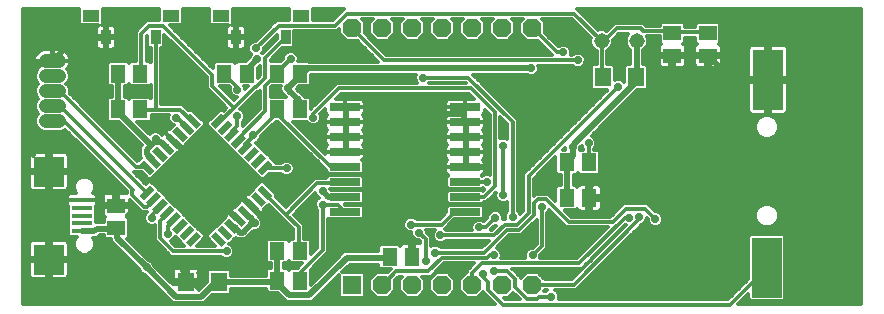
<source format=gbr>
G75*
%MOIN*%
%OFA0B0*%
%FSLAX25Y25*%
%IPPOS*%
%LPD*%
%AMOC8*
5,1,8,0,0,1.08239X$1,22.5*
%
%ADD10R,0.10000X0.02500*%
%ADD11R,0.05118X0.05906*%
%ADD12R,0.05906X0.05118*%
%ADD13C,0.05150*%
%ADD14R,0.06299X0.06299*%
%ADD15OC8,0.06299*%
%ADD16R,0.05000X0.02200*%
%ADD17R,0.02200X0.05000*%
%ADD18R,0.06890X0.01575*%
%ADD19R,0.10000X0.10000*%
%ADD20C,0.04559*%
%ADD21R,0.03543X0.05118*%
%ADD22R,0.05709X0.03937*%
%ADD23R,0.10000X0.20000*%
%ADD24R,0.05512X0.06299*%
%ADD25C,0.01181*%
%ADD26C,0.01969*%
%ADD27C,0.02781*%
D10*
X0113583Y0037264D03*
X0113583Y0042264D03*
X0113583Y0047264D03*
X0113583Y0052264D03*
X0113583Y0057264D03*
X0113583Y0062264D03*
X0113583Y0067264D03*
X0113583Y0072264D03*
X0153583Y0072264D03*
X0153583Y0067264D03*
X0153583Y0062264D03*
X0153583Y0057264D03*
X0153583Y0052264D03*
X0153583Y0047264D03*
X0153583Y0042264D03*
X0153583Y0037264D03*
D11*
X0187480Y0042008D03*
X0194961Y0042008D03*
X0194961Y0053819D03*
X0187480Y0053819D03*
X0135906Y0022323D03*
X0128425Y0022323D03*
X0098504Y0024291D03*
X0091024Y0024291D03*
X0091024Y0014449D03*
X0098504Y0014449D03*
X0098504Y0071535D03*
X0091024Y0071535D03*
X0091024Y0083346D03*
X0098504Y0083346D03*
X0080787Y0083346D03*
X0073307Y0083346D03*
X0045354Y0083346D03*
X0037874Y0083346D03*
X0037874Y0071535D03*
X0045354Y0071535D03*
D12*
X0037283Y0039449D03*
X0037283Y0031969D03*
X0222717Y0089449D03*
X0234528Y0089449D03*
X0234528Y0096929D03*
X0222717Y0096929D03*
D13*
X0210906Y0094370D03*
X0199094Y0094370D03*
D14*
X0115945Y0012874D03*
D15*
X0125945Y0012874D03*
X0135945Y0012874D03*
X0145945Y0012874D03*
X0155945Y0012874D03*
X0165945Y0012874D03*
X0175945Y0012874D03*
X0175945Y0098701D03*
X0165945Y0098701D03*
X0155945Y0098701D03*
X0145945Y0098701D03*
X0135945Y0098701D03*
X0125945Y0098701D03*
X0115945Y0098701D03*
D16*
G36*
X0062061Y0070203D02*
X0065595Y0066669D01*
X0064039Y0065113D01*
X0060505Y0068647D01*
X0062061Y0070203D01*
G37*
G36*
X0059833Y0067976D02*
X0063367Y0064442D01*
X0061811Y0062886D01*
X0058277Y0066420D01*
X0059833Y0067976D01*
G37*
G36*
X0057606Y0065749D02*
X0061140Y0062215D01*
X0059584Y0060659D01*
X0056050Y0064193D01*
X0057606Y0065749D01*
G37*
G36*
X0055379Y0063522D02*
X0058913Y0059988D01*
X0057357Y0058432D01*
X0053823Y0061966D01*
X0055379Y0063522D01*
G37*
G36*
X0053152Y0061295D02*
X0056686Y0057761D01*
X0055130Y0056205D01*
X0051596Y0059739D01*
X0053152Y0061295D01*
G37*
G36*
X0050925Y0059068D02*
X0054459Y0055534D01*
X0052903Y0053978D01*
X0049369Y0057512D01*
X0050925Y0059068D01*
G37*
G36*
X0048698Y0056841D02*
X0052232Y0053307D01*
X0050676Y0051751D01*
X0047142Y0055285D01*
X0048698Y0056841D01*
G37*
G36*
X0046471Y0054614D02*
X0050005Y0051080D01*
X0048449Y0049524D01*
X0044915Y0053058D01*
X0046471Y0054614D01*
G37*
G36*
X0083734Y0044076D02*
X0087268Y0040542D01*
X0085712Y0038986D01*
X0082178Y0042520D01*
X0083734Y0044076D01*
G37*
G36*
X0085961Y0046303D02*
X0089495Y0042769D01*
X0087939Y0041213D01*
X0084405Y0044747D01*
X0085961Y0046303D01*
G37*
G36*
X0081506Y0041849D02*
X0085040Y0038315D01*
X0083484Y0036759D01*
X0079950Y0040293D01*
X0081506Y0041849D01*
G37*
G36*
X0079279Y0039622D02*
X0082813Y0036088D01*
X0081257Y0034532D01*
X0077723Y0038066D01*
X0079279Y0039622D01*
G37*
G36*
X0077052Y0037395D02*
X0080586Y0033861D01*
X0079030Y0032305D01*
X0075496Y0035839D01*
X0077052Y0037395D01*
G37*
G36*
X0074825Y0035168D02*
X0078359Y0031634D01*
X0076803Y0030078D01*
X0073269Y0033612D01*
X0074825Y0035168D01*
G37*
G36*
X0072598Y0032941D02*
X0076132Y0029407D01*
X0074576Y0027851D01*
X0071042Y0031385D01*
X0072598Y0032941D01*
G37*
G36*
X0070371Y0030713D02*
X0073905Y0027179D01*
X0072349Y0025623D01*
X0068815Y0029157D01*
X0070371Y0030713D01*
G37*
D17*
G36*
X0064039Y0030713D02*
X0065595Y0029157D01*
X0062061Y0025623D01*
X0060505Y0027179D01*
X0064039Y0030713D01*
G37*
G36*
X0061811Y0032941D02*
X0063367Y0031385D01*
X0059833Y0027851D01*
X0058277Y0029407D01*
X0061811Y0032941D01*
G37*
G36*
X0059584Y0035168D02*
X0061140Y0033612D01*
X0057606Y0030078D01*
X0056050Y0031634D01*
X0059584Y0035168D01*
G37*
G36*
X0057357Y0037395D02*
X0058913Y0035839D01*
X0055379Y0032305D01*
X0053823Y0033861D01*
X0057357Y0037395D01*
G37*
G36*
X0055130Y0039622D02*
X0056686Y0038066D01*
X0053152Y0034532D01*
X0051596Y0036088D01*
X0055130Y0039622D01*
G37*
G36*
X0052903Y0041849D02*
X0054459Y0040293D01*
X0050925Y0036759D01*
X0049369Y0038315D01*
X0052903Y0041849D01*
G37*
G36*
X0050676Y0044076D02*
X0052232Y0042520D01*
X0048698Y0038986D01*
X0047142Y0040542D01*
X0050676Y0044076D01*
G37*
G36*
X0048449Y0046303D02*
X0050005Y0044747D01*
X0046471Y0041213D01*
X0044915Y0042769D01*
X0048449Y0046303D01*
G37*
G36*
X0081257Y0061295D02*
X0082813Y0059739D01*
X0079279Y0056205D01*
X0077723Y0057761D01*
X0081257Y0061295D01*
G37*
G36*
X0079030Y0063522D02*
X0080586Y0061966D01*
X0077052Y0058432D01*
X0075496Y0059988D01*
X0079030Y0063522D01*
G37*
G36*
X0076803Y0065749D02*
X0078359Y0064193D01*
X0074825Y0060659D01*
X0073269Y0062215D01*
X0076803Y0065749D01*
G37*
G36*
X0074576Y0067976D02*
X0076132Y0066420D01*
X0072598Y0062886D01*
X0071042Y0064442D01*
X0074576Y0067976D01*
G37*
G36*
X0072349Y0070203D02*
X0073905Y0068647D01*
X0070371Y0065113D01*
X0068815Y0066669D01*
X0072349Y0070203D01*
G37*
G36*
X0083484Y0059068D02*
X0085040Y0057512D01*
X0081506Y0053978D01*
X0079950Y0055534D01*
X0083484Y0059068D01*
G37*
G36*
X0085712Y0056841D02*
X0087268Y0055285D01*
X0083734Y0051751D01*
X0082178Y0053307D01*
X0085712Y0056841D01*
G37*
G36*
X0087939Y0054614D02*
X0089495Y0053058D01*
X0085961Y0049524D01*
X0084405Y0051080D01*
X0087939Y0054614D01*
G37*
D18*
X0025965Y0041220D03*
X0025965Y0038661D03*
X0025965Y0036102D03*
X0025965Y0033543D03*
X0025965Y0030984D03*
D19*
X0014843Y0021437D03*
X0014843Y0050768D03*
D20*
X0013744Y0067598D02*
X0018303Y0067598D01*
X0018303Y0072598D02*
X0013744Y0072598D01*
X0013744Y0077598D02*
X0018303Y0077598D01*
X0018303Y0082598D02*
X0013744Y0082598D01*
X0013744Y0087598D02*
X0018303Y0087598D01*
D21*
X0033976Y0095551D03*
X0050433Y0095551D03*
X0077283Y0095551D03*
X0093740Y0095551D03*
D22*
X0098858Y0102638D03*
X0072244Y0102638D03*
X0055551Y0102638D03*
X0028937Y0102638D03*
D23*
X0254606Y0081378D03*
X0254213Y0018780D03*
D24*
X0210512Y0082165D03*
X0199488Y0082165D03*
X0071535Y0014055D03*
X0060512Y0014055D03*
D25*
X0006181Y0006575D02*
X0006181Y0105000D01*
X0024892Y0105000D01*
X0024892Y0100176D01*
X0025590Y0099479D01*
X0031394Y0099479D01*
X0031228Y0099383D01*
X0030932Y0099087D01*
X0030723Y0098724D01*
X0030614Y0098320D01*
X0030614Y0095846D01*
X0033681Y0095846D01*
X0033681Y0095256D01*
X0030614Y0095256D01*
X0030614Y0092783D01*
X0030723Y0092378D01*
X0030932Y0092016D01*
X0031228Y0091719D01*
X0031591Y0091510D01*
X0031995Y0091402D01*
X0033681Y0091402D01*
X0033681Y0095256D01*
X0034272Y0095256D01*
X0034272Y0095846D01*
X0037339Y0095846D01*
X0037339Y0098320D01*
X0037230Y0098724D01*
X0037021Y0099087D01*
X0036725Y0099383D01*
X0036362Y0099592D01*
X0035957Y0099701D01*
X0034272Y0099701D01*
X0034272Y0095847D01*
X0033681Y0095847D01*
X0033681Y0099701D01*
X0032506Y0099701D01*
X0032982Y0100176D01*
X0032982Y0105000D01*
X0051506Y0105000D01*
X0051506Y0101231D01*
X0047557Y0101231D01*
X0046514Y0100188D01*
X0043842Y0097516D01*
X0043842Y0087490D01*
X0042302Y0087490D01*
X0041614Y0086802D01*
X0040926Y0087490D01*
X0034822Y0087490D01*
X0034124Y0086792D01*
X0034124Y0079901D01*
X0034822Y0079203D01*
X0035879Y0079203D01*
X0035879Y0075679D01*
X0034822Y0075679D01*
X0034124Y0074981D01*
X0034124Y0068090D01*
X0034822Y0067392D01*
X0038093Y0067392D01*
X0045887Y0059598D01*
X0045230Y0058940D01*
X0045230Y0055803D01*
X0045602Y0055430D01*
X0044392Y0054220D01*
X0021753Y0076859D01*
X0021773Y0076908D01*
X0021773Y0078289D01*
X0021245Y0079564D01*
X0020711Y0080098D01*
X0021245Y0080633D01*
X0021773Y0081908D01*
X0021773Y0083289D01*
X0021245Y0084564D01*
X0020993Y0084816D01*
X0021309Y0085131D01*
X0021733Y0085765D01*
X0022024Y0086470D01*
X0022173Y0087217D01*
X0022173Y0087549D01*
X0016073Y0087549D01*
X0016073Y0087648D01*
X0015974Y0087648D01*
X0015974Y0087549D01*
X0009874Y0087549D01*
X0009874Y0087217D01*
X0010023Y0086470D01*
X0010314Y0085765D01*
X0010738Y0085131D01*
X0011054Y0084816D01*
X0010802Y0084564D01*
X0010274Y0083289D01*
X0010274Y0081908D01*
X0010802Y0080633D01*
X0011337Y0080098D01*
X0010802Y0079564D01*
X0010274Y0078289D01*
X0010274Y0076908D01*
X0010802Y0075633D01*
X0011337Y0075098D01*
X0010802Y0074564D01*
X0010274Y0073289D01*
X0010274Y0071908D01*
X0010802Y0070633D01*
X0011337Y0070098D01*
X0010802Y0069564D01*
X0010274Y0068289D01*
X0010274Y0066908D01*
X0010802Y0065633D01*
X0011778Y0064657D01*
X0013054Y0064128D01*
X0018993Y0064128D01*
X0020269Y0064657D01*
X0020326Y0064714D01*
X0040817Y0044223D01*
X0040817Y0043499D01*
X0040446Y0043598D01*
X0037874Y0043598D01*
X0037874Y0040039D01*
X0041827Y0040039D01*
X0041827Y0041245D01*
X0041861Y0041211D01*
X0045798Y0037274D01*
X0047273Y0037274D01*
X0047479Y0037274D01*
X0046997Y0036792D01*
X0046604Y0035844D01*
X0046604Y0034817D01*
X0046997Y0033868D01*
X0047723Y0033142D01*
X0048672Y0032749D01*
X0049699Y0032749D01*
X0050076Y0032905D01*
X0050076Y0027913D01*
X0054529Y0023461D01*
X0055572Y0022417D01*
X0072252Y0022417D01*
X0072659Y0022010D01*
X0073607Y0021617D01*
X0074634Y0021617D01*
X0075583Y0022010D01*
X0076309Y0022736D01*
X0076702Y0023685D01*
X0076702Y0024712D01*
X0076309Y0025660D01*
X0075583Y0026387D01*
X0075027Y0026617D01*
X0075096Y0026685D01*
X0077171Y0028760D01*
X0077673Y0028257D01*
X0080365Y0028257D01*
X0083076Y0030968D01*
X0083985Y0030968D01*
X0084934Y0031361D01*
X0085660Y0032087D01*
X0086053Y0033036D01*
X0086053Y0034063D01*
X0085660Y0035011D01*
X0084934Y0035737D01*
X0084778Y0035802D01*
X0085388Y0036411D01*
X0082496Y0039304D01*
X0085388Y0036412D01*
X0086314Y0037337D01*
X0086523Y0037700D01*
X0086632Y0038105D01*
X0086632Y0038221D01*
X0088136Y0039725D01*
X0092155Y0035706D01*
X0093198Y0034662D01*
X0096385Y0031476D01*
X0096385Y0028435D01*
X0095452Y0028435D01*
X0094764Y0027747D01*
X0094076Y0028435D01*
X0087971Y0028435D01*
X0087274Y0027737D01*
X0087274Y0020845D01*
X0087971Y0020148D01*
X0088867Y0020148D01*
X0088867Y0018592D01*
X0087971Y0018592D01*
X0087274Y0017895D01*
X0087274Y0016132D01*
X0075482Y0016132D01*
X0075482Y0017698D01*
X0074784Y0018395D01*
X0068286Y0018395D01*
X0067589Y0017698D01*
X0067589Y0014063D01*
X0064858Y0011332D01*
X0064858Y0013465D01*
X0061102Y0013465D01*
X0061102Y0014646D01*
X0059921Y0014646D01*
X0059921Y0018795D01*
X0057546Y0018795D01*
X0057142Y0018687D01*
X0056779Y0018477D01*
X0056483Y0018181D01*
X0056274Y0017819D01*
X0056165Y0017414D01*
X0056165Y0014646D01*
X0059921Y0014646D01*
X0059921Y0013465D01*
X0056165Y0013465D01*
X0056165Y0013170D01*
X0049985Y0019350D01*
X0049985Y0019369D01*
X0049592Y0020317D01*
X0048866Y0021043D01*
X0047918Y0021436D01*
X0047899Y0021436D01*
X0040923Y0028412D01*
X0041427Y0028916D01*
X0041427Y0035021D01*
X0040970Y0035477D01*
X0041213Y0035617D01*
X0041509Y0035913D01*
X0041718Y0036276D01*
X0041827Y0036680D01*
X0041827Y0038858D01*
X0037874Y0038858D01*
X0037874Y0040039D01*
X0036693Y0040039D01*
X0036693Y0038858D01*
X0032740Y0038858D01*
X0032740Y0036680D01*
X0032849Y0036276D01*
X0033058Y0035913D01*
X0033354Y0035617D01*
X0033597Y0035477D01*
X0033140Y0035021D01*
X0033140Y0033943D01*
X0030600Y0033943D01*
X0030600Y0039374D01*
X0030682Y0039456D01*
X0030892Y0039819D01*
X0031000Y0040224D01*
X0031000Y0041220D01*
X0025965Y0041220D01*
X0025965Y0041221D01*
X0031000Y0041221D01*
X0031000Y0042217D01*
X0030892Y0042622D01*
X0030682Y0042984D01*
X0030386Y0043281D01*
X0030023Y0043490D01*
X0029619Y0043598D01*
X0029592Y0043598D01*
X0029692Y0043698D01*
X0030217Y0044964D01*
X0030217Y0046335D01*
X0029692Y0047601D01*
X0028723Y0048570D01*
X0027457Y0049094D01*
X0026086Y0049094D01*
X0024820Y0048570D01*
X0023851Y0047601D01*
X0023327Y0046335D01*
X0023327Y0044964D01*
X0023851Y0043698D01*
X0023951Y0043598D01*
X0022310Y0043598D01*
X0021906Y0043490D01*
X0021543Y0043281D01*
X0021247Y0042984D01*
X0021038Y0042622D01*
X0020929Y0042217D01*
X0020929Y0041221D01*
X0025964Y0041221D01*
X0025964Y0041220D01*
X0020929Y0041220D01*
X0020929Y0040224D01*
X0021038Y0039819D01*
X0021247Y0039456D01*
X0021329Y0039374D01*
X0021329Y0029704D01*
X0022027Y0029006D01*
X0024351Y0029006D01*
X0023851Y0028506D01*
X0023327Y0027240D01*
X0023327Y0025870D01*
X0023851Y0024604D01*
X0024820Y0023635D01*
X0026086Y0023110D01*
X0027457Y0023110D01*
X0028723Y0023635D01*
X0029692Y0024604D01*
X0030217Y0025870D01*
X0030217Y0027240D01*
X0029692Y0028506D01*
X0029496Y0028703D01*
X0030939Y0028703D01*
X0031830Y0029593D01*
X0033140Y0029593D01*
X0033140Y0028916D01*
X0033838Y0028219D01*
X0035433Y0028219D01*
X0035433Y0027750D01*
X0044823Y0018361D01*
X0044823Y0018342D01*
X0045216Y0017393D01*
X0045942Y0016667D01*
X0046891Y0016274D01*
X0046910Y0016274D01*
X0055026Y0008158D01*
X0056300Y0006884D01*
X0066561Y0006884D01*
X0069392Y0009715D01*
X0074784Y0009715D01*
X0075482Y0010412D01*
X0075482Y0011782D01*
X0087274Y0011782D01*
X0087274Y0011003D01*
X0087971Y0010306D01*
X0091172Y0010306D01*
X0094148Y0007330D01*
X0102629Y0007330D01*
X0103903Y0008603D01*
X0111605Y0016305D01*
X0111605Y0009231D01*
X0112302Y0008534D01*
X0119588Y0008534D01*
X0120285Y0009231D01*
X0120285Y0016517D01*
X0119588Y0017214D01*
X0112513Y0017214D01*
X0115096Y0019797D01*
X0124676Y0019797D01*
X0124676Y0018877D01*
X0125373Y0018180D01*
X0128812Y0018180D01*
X0127795Y0017162D01*
X0127743Y0017214D01*
X0124147Y0017214D01*
X0121605Y0014672D01*
X0121605Y0011076D01*
X0124147Y0008534D01*
X0127743Y0008534D01*
X0130285Y0011076D01*
X0130285Y0014615D01*
X0131409Y0015738D01*
X0132671Y0015738D01*
X0131605Y0014672D01*
X0131605Y0011076D01*
X0134147Y0008534D01*
X0137743Y0008534D01*
X0140285Y0011076D01*
X0140285Y0014672D01*
X0139219Y0015738D01*
X0142095Y0015738D01*
X0143139Y0016782D01*
X0146548Y0020191D01*
X0156650Y0020191D01*
X0155314Y0018855D01*
X0154270Y0017812D01*
X0154270Y0017214D01*
X0154147Y0017214D01*
X0151605Y0014672D01*
X0151605Y0011076D01*
X0154147Y0008534D01*
X0157743Y0008534D01*
X0159685Y0010476D01*
X0163587Y0006575D01*
X0006181Y0006575D01*
X0006181Y0006966D02*
X0056218Y0006966D01*
X0055039Y0008145D02*
X0006181Y0008145D01*
X0006181Y0009325D02*
X0053859Y0009325D01*
X0052679Y0010504D02*
X0006181Y0010504D01*
X0006181Y0011684D02*
X0051500Y0011684D01*
X0050320Y0012864D02*
X0006181Y0012864D01*
X0006181Y0014043D02*
X0049141Y0014043D01*
X0047961Y0015223D02*
X0020878Y0015223D01*
X0020819Y0015164D02*
X0021115Y0015460D01*
X0021325Y0015823D01*
X0021433Y0016228D01*
X0021433Y0020846D01*
X0015433Y0020846D01*
X0015433Y0014846D01*
X0020052Y0014846D01*
X0020456Y0014955D01*
X0020819Y0015164D01*
X0021433Y0016402D02*
X0046581Y0016402D01*
X0045138Y0017582D02*
X0021433Y0017582D01*
X0021433Y0018762D02*
X0044422Y0018762D01*
X0043243Y0019941D02*
X0021433Y0019941D01*
X0021433Y0022028D02*
X0015433Y0022028D01*
X0014252Y0022028D01*
X0014252Y0028028D01*
X0009633Y0028028D01*
X0009229Y0027919D01*
X0008866Y0027710D01*
X0008570Y0027414D01*
X0008360Y0027051D01*
X0008252Y0026646D01*
X0008252Y0022028D01*
X0014252Y0022028D01*
X0014252Y0020846D01*
X0015433Y0020846D01*
X0015433Y0022028D01*
X0015433Y0028028D01*
X0020052Y0028028D01*
X0020456Y0027919D01*
X0020819Y0027710D01*
X0021115Y0027414D01*
X0021325Y0027051D01*
X0021433Y0026646D01*
X0021433Y0022028D01*
X0021433Y0022301D02*
X0040883Y0022301D01*
X0039704Y0023480D02*
X0028350Y0023480D01*
X0029715Y0024660D02*
X0038524Y0024660D01*
X0037344Y0025839D02*
X0030204Y0025839D01*
X0030217Y0027019D02*
X0036165Y0027019D01*
X0035433Y0028199D02*
X0029820Y0028199D01*
X0031615Y0029378D02*
X0033140Y0029378D01*
X0041136Y0028199D02*
X0050076Y0028199D01*
X0050076Y0029378D02*
X0041427Y0029378D01*
X0041427Y0030558D02*
X0050076Y0030558D01*
X0050076Y0031737D02*
X0041427Y0031737D01*
X0041427Y0032917D02*
X0048267Y0032917D01*
X0046903Y0034097D02*
X0041427Y0034097D01*
X0041171Y0035276D02*
X0046604Y0035276D01*
X0046858Y0036456D02*
X0041767Y0036456D01*
X0041827Y0037635D02*
X0045436Y0037635D01*
X0044257Y0038815D02*
X0041827Y0038815D01*
X0043077Y0039995D02*
X0037874Y0039995D01*
X0036693Y0039995D02*
X0030939Y0039995D01*
X0030600Y0038815D02*
X0032740Y0038815D01*
X0032740Y0037635D02*
X0030600Y0037635D01*
X0030600Y0036456D02*
X0032800Y0036456D01*
X0033396Y0035276D02*
X0030600Y0035276D01*
X0030600Y0034097D02*
X0033140Y0034097D01*
X0021329Y0034097D02*
X0006181Y0034097D01*
X0006181Y0035276D02*
X0021329Y0035276D01*
X0021329Y0036456D02*
X0006181Y0036456D01*
X0006181Y0037635D02*
X0021329Y0037635D01*
X0021329Y0038815D02*
X0006181Y0038815D01*
X0006181Y0039995D02*
X0020990Y0039995D01*
X0020929Y0041174D02*
X0006181Y0041174D01*
X0006181Y0042354D02*
X0020966Y0042354D01*
X0022068Y0043534D02*
X0006181Y0043534D01*
X0006181Y0044713D02*
X0008648Y0044713D01*
X0008570Y0044791D02*
X0008866Y0044495D01*
X0009229Y0044286D01*
X0009633Y0044177D01*
X0014252Y0044177D01*
X0014252Y0050177D01*
X0015433Y0050177D01*
X0015433Y0044177D01*
X0020052Y0044177D01*
X0020456Y0044286D01*
X0020819Y0044495D01*
X0021115Y0044791D01*
X0021325Y0045154D01*
X0021433Y0045558D01*
X0021433Y0050177D01*
X0015433Y0050177D01*
X0015433Y0051358D01*
X0021433Y0051358D01*
X0021433Y0055977D01*
X0021325Y0056382D01*
X0021115Y0056744D01*
X0020819Y0057040D01*
X0020456Y0057250D01*
X0020052Y0057358D01*
X0015433Y0057358D01*
X0015433Y0051358D01*
X0014252Y0051358D01*
X0014252Y0050177D01*
X0008252Y0050177D01*
X0008252Y0045558D01*
X0008360Y0045154D01*
X0008570Y0044791D01*
X0008252Y0045893D02*
X0006181Y0045893D01*
X0006181Y0047072D02*
X0008252Y0047072D01*
X0008252Y0048252D02*
X0006181Y0048252D01*
X0006181Y0049432D02*
X0008252Y0049432D01*
X0006181Y0050611D02*
X0014252Y0050611D01*
X0014252Y0051358D02*
X0008252Y0051358D01*
X0008252Y0055977D01*
X0008360Y0056382D01*
X0008570Y0056744D01*
X0008866Y0057040D01*
X0009229Y0057250D01*
X0009633Y0057358D01*
X0014252Y0057358D01*
X0014252Y0051358D01*
X0014252Y0051791D02*
X0015433Y0051791D01*
X0015433Y0052970D02*
X0014252Y0052970D01*
X0014252Y0054150D02*
X0015433Y0054150D01*
X0015433Y0055330D02*
X0014252Y0055330D01*
X0014252Y0056509D02*
X0015433Y0056509D01*
X0021251Y0056509D02*
X0028531Y0056509D01*
X0029711Y0055330D02*
X0021433Y0055330D01*
X0021433Y0054150D02*
X0030890Y0054150D01*
X0032070Y0052970D02*
X0021433Y0052970D01*
X0021433Y0051791D02*
X0033249Y0051791D01*
X0034429Y0050611D02*
X0015433Y0050611D01*
X0015433Y0049432D02*
X0014252Y0049432D01*
X0014252Y0048252D02*
X0015433Y0048252D01*
X0015433Y0047072D02*
X0014252Y0047072D01*
X0014252Y0045893D02*
X0015433Y0045893D01*
X0015433Y0044713D02*
X0014252Y0044713D01*
X0021037Y0044713D02*
X0023431Y0044713D01*
X0023327Y0045893D02*
X0021433Y0045893D01*
X0021433Y0047072D02*
X0023632Y0047072D01*
X0024502Y0048252D02*
X0021433Y0048252D01*
X0021433Y0049432D02*
X0035609Y0049432D01*
X0036788Y0048252D02*
X0029041Y0048252D01*
X0029911Y0047072D02*
X0037968Y0047072D01*
X0039147Y0045893D02*
X0030217Y0045893D01*
X0030112Y0044713D02*
X0040327Y0044713D01*
X0040688Y0043534D02*
X0040817Y0043534D01*
X0042598Y0042992D02*
X0042598Y0044961D01*
X0019961Y0067598D01*
X0016024Y0067598D01*
X0016235Y0067835D01*
X0010770Y0069485D02*
X0006181Y0069485D01*
X0006181Y0068305D02*
X0010281Y0068305D01*
X0010274Y0067126D02*
X0006181Y0067126D01*
X0006181Y0065946D02*
X0010672Y0065946D01*
X0011668Y0064767D02*
X0006181Y0064767D01*
X0006181Y0063587D02*
X0021453Y0063587D01*
X0022633Y0062407D02*
X0006181Y0062407D01*
X0006181Y0061228D02*
X0023812Y0061228D01*
X0024992Y0060048D02*
X0006181Y0060048D01*
X0006181Y0058869D02*
X0026172Y0058869D01*
X0027351Y0057689D02*
X0006181Y0057689D01*
X0006181Y0056509D02*
X0008434Y0056509D01*
X0008252Y0055330D02*
X0006181Y0055330D01*
X0006181Y0054150D02*
X0008252Y0054150D01*
X0008252Y0052970D02*
X0006181Y0052970D01*
X0006181Y0051791D02*
X0008252Y0051791D01*
X0029861Y0043534D02*
X0033879Y0043534D01*
X0033717Y0043490D02*
X0033354Y0043281D01*
X0033058Y0042984D01*
X0032849Y0042622D01*
X0032740Y0042217D01*
X0032740Y0040039D01*
X0036693Y0040039D01*
X0036693Y0043598D01*
X0034121Y0043598D01*
X0033717Y0043490D01*
X0032777Y0042354D02*
X0030963Y0042354D01*
X0031000Y0041174D02*
X0032740Y0041174D01*
X0036693Y0041174D02*
X0037874Y0041174D01*
X0037874Y0042354D02*
X0036693Y0042354D01*
X0036693Y0043534D02*
X0037874Y0043534D01*
X0042598Y0042992D02*
X0046535Y0039055D01*
X0047520Y0039055D01*
X0049488Y0041024D01*
X0049687Y0041531D01*
X0051196Y0045241D02*
X0053423Y0043014D01*
X0055650Y0040787D01*
X0057877Y0038560D01*
X0060104Y0036333D01*
X0062331Y0034106D01*
X0064559Y0031879D01*
X0066786Y0029651D01*
X0066786Y0028665D01*
X0064100Y0025980D01*
X0070310Y0025980D01*
X0067624Y0028665D01*
X0067624Y0029651D01*
X0069877Y0031905D01*
X0072104Y0034132D01*
X0073905Y0035933D01*
X0073905Y0036049D01*
X0074014Y0036454D01*
X0074223Y0036816D01*
X0075149Y0037742D01*
X0078041Y0034850D01*
X0075149Y0037742D01*
X0076075Y0038668D01*
X0076437Y0038877D01*
X0076842Y0038986D01*
X0076958Y0038986D01*
X0078359Y0040387D01*
X0078359Y0040503D01*
X0078468Y0040908D01*
X0078677Y0041270D01*
X0079603Y0042196D01*
X0082495Y0039304D01*
X0082495Y0039304D01*
X0079603Y0042196D01*
X0080529Y0043122D01*
X0080892Y0043332D01*
X0081296Y0043440D01*
X0081412Y0043440D01*
X0083240Y0045267D01*
X0083240Y0045267D01*
X0085467Y0047494D01*
X0086453Y0047494D01*
X0090686Y0043261D01*
X0090686Y0042275D01*
X0090654Y0042244D01*
X0093936Y0038962D01*
X0103662Y0048689D01*
X0107392Y0048689D01*
X0107392Y0049007D01*
X0108090Y0049704D01*
X0119076Y0049704D01*
X0119773Y0049007D01*
X0119773Y0045521D01*
X0119076Y0044823D01*
X0108731Y0044823D01*
X0108762Y0044749D01*
X0108762Y0044730D01*
X0108788Y0044704D01*
X0113510Y0044704D01*
X0113796Y0044757D01*
X0113872Y0044704D01*
X0119076Y0044704D01*
X0119773Y0044007D01*
X0119773Y0040521D01*
X0119076Y0039823D01*
X0113557Y0039823D01*
X0113676Y0039704D01*
X0119076Y0039704D01*
X0119773Y0039007D01*
X0119773Y0035521D01*
X0119076Y0034823D01*
X0108090Y0034823D01*
X0107962Y0034951D01*
X0107962Y0023906D01*
X0106918Y0022863D01*
X0102102Y0018046D01*
X0102254Y0017895D01*
X0102254Y0013106D01*
X0113295Y0024147D01*
X0124676Y0024147D01*
X0124676Y0025769D01*
X0125373Y0026466D01*
X0131477Y0026466D01*
X0131934Y0026010D01*
X0132074Y0026252D01*
X0132370Y0026548D01*
X0132733Y0026758D01*
X0133137Y0026866D01*
X0135315Y0026866D01*
X0135315Y0022913D01*
X0136496Y0022913D01*
X0136496Y0026866D01*
X0138674Y0026866D01*
X0138686Y0026863D01*
X0138686Y0027468D01*
X0138303Y0027851D01*
X0137727Y0027851D01*
X0136778Y0028244D01*
X0136052Y0028970D01*
X0135659Y0029919D01*
X0135659Y0030523D01*
X0135055Y0030523D01*
X0134107Y0030916D01*
X0133381Y0031642D01*
X0132988Y0032591D01*
X0132988Y0033617D01*
X0133381Y0034566D01*
X0134107Y0035292D01*
X0135055Y0035685D01*
X0136082Y0035685D01*
X0137031Y0035292D01*
X0137438Y0034885D01*
X0145072Y0034885D01*
X0147392Y0037205D01*
X0147392Y0039007D01*
X0148090Y0039704D01*
X0159076Y0039704D01*
X0159773Y0039007D01*
X0159773Y0035521D01*
X0159076Y0034823D01*
X0150048Y0034823D01*
X0147591Y0032366D01*
X0146891Y0031666D01*
X0147234Y0031323D01*
X0155853Y0031323D01*
X0155697Y0031700D01*
X0155697Y0032727D01*
X0156090Y0033675D01*
X0156816Y0034402D01*
X0157765Y0034794D01*
X0158791Y0034794D01*
X0159740Y0034402D01*
X0159957Y0034185D01*
X0161040Y0035268D01*
X0161040Y0035844D01*
X0161433Y0036792D01*
X0162159Y0037518D01*
X0163108Y0037911D01*
X0164135Y0037911D01*
X0165083Y0037518D01*
X0165809Y0036792D01*
X0166202Y0035844D01*
X0166202Y0034885D01*
X0166985Y0034885D01*
X0166829Y0035262D01*
X0166829Y0036289D01*
X0167222Y0037238D01*
X0167629Y0037645D01*
X0167629Y0040660D01*
X0166806Y0040319D01*
X0165779Y0040319D01*
X0164831Y0040712D01*
X0164105Y0041438D01*
X0163712Y0042387D01*
X0163712Y0043413D01*
X0163836Y0043713D01*
X0160797Y0040674D01*
X0159773Y0040674D01*
X0159773Y0040521D01*
X0159076Y0039823D01*
X0148090Y0039823D01*
X0147392Y0040521D01*
X0147392Y0044007D01*
X0148090Y0044704D01*
X0159076Y0044704D01*
X0159433Y0044347D01*
X0160027Y0044941D01*
X0159488Y0045165D01*
X0159452Y0045200D01*
X0159076Y0044823D01*
X0148090Y0044823D01*
X0147392Y0045521D01*
X0147392Y0049007D01*
X0147936Y0049551D01*
X0147606Y0049741D01*
X0147310Y0050037D01*
X0147101Y0050400D01*
X0146992Y0050804D01*
X0146992Y0052229D01*
X0153548Y0052229D01*
X0153548Y0052298D01*
X0146992Y0052298D01*
X0146992Y0053723D01*
X0147101Y0054128D01*
X0147310Y0054490D01*
X0147583Y0054764D01*
X0147310Y0055037D01*
X0147101Y0055400D01*
X0146992Y0055804D01*
X0146992Y0057229D01*
X0153548Y0057229D01*
X0153617Y0057229D01*
X0153617Y0055104D01*
X0153617Y0052298D01*
X0160173Y0052298D01*
X0160173Y0053723D01*
X0160065Y0054128D01*
X0159855Y0054490D01*
X0159582Y0054764D01*
X0159855Y0055037D01*
X0160065Y0055400D01*
X0160173Y0055804D01*
X0160173Y0057229D01*
X0153617Y0057229D01*
X0153617Y0057298D01*
X0160173Y0057298D01*
X0160173Y0058723D01*
X0160065Y0059128D01*
X0159855Y0059490D01*
X0159582Y0059764D01*
X0159855Y0060037D01*
X0160065Y0060400D01*
X0160173Y0060804D01*
X0160173Y0062229D01*
X0153617Y0062229D01*
X0153617Y0059423D01*
X0153617Y0057298D01*
X0153548Y0057298D01*
X0153548Y0057229D01*
X0153548Y0052298D01*
X0153617Y0052298D01*
X0153617Y0052229D01*
X0160173Y0052229D01*
X0160173Y0050804D01*
X0160065Y0050400D01*
X0159855Y0050037D01*
X0159559Y0049741D01*
X0159230Y0049551D01*
X0159363Y0049417D01*
X0159488Y0049541D01*
X0160436Y0049934D01*
X0161463Y0049934D01*
X0161840Y0049778D01*
X0161840Y0069769D01*
X0160173Y0071436D01*
X0160173Y0070804D01*
X0160065Y0070400D01*
X0159855Y0070037D01*
X0159582Y0069764D01*
X0159855Y0069490D01*
X0160065Y0069128D01*
X0160173Y0068723D01*
X0160173Y0067298D01*
X0153617Y0067298D01*
X0153617Y0067229D01*
X0153617Y0064423D01*
X0153617Y0062298D01*
X0160173Y0062298D01*
X0160173Y0063723D01*
X0160065Y0064128D01*
X0159855Y0064490D01*
X0159582Y0064764D01*
X0159855Y0065037D01*
X0160065Y0065400D01*
X0160173Y0065804D01*
X0160173Y0067229D01*
X0153617Y0067229D01*
X0153548Y0067229D01*
X0153548Y0062298D01*
X0153548Y0062229D01*
X0153617Y0062229D01*
X0153617Y0062298D01*
X0153548Y0062298D01*
X0146992Y0062298D01*
X0146992Y0063723D01*
X0147101Y0064128D01*
X0147310Y0064490D01*
X0147583Y0064764D01*
X0147310Y0065037D01*
X0147101Y0065400D01*
X0146992Y0065804D01*
X0146992Y0067229D01*
X0153548Y0067229D01*
X0153548Y0067298D01*
X0146992Y0067298D01*
X0146992Y0068723D01*
X0147101Y0069128D01*
X0147310Y0069490D01*
X0147583Y0069764D01*
X0147310Y0070037D01*
X0147101Y0070400D01*
X0146992Y0070804D01*
X0146992Y0072229D01*
X0153548Y0072229D01*
X0153617Y0072229D01*
X0153617Y0069423D01*
X0153617Y0067298D01*
X0153548Y0067298D01*
X0153548Y0072229D01*
X0153548Y0072298D01*
X0146992Y0072298D01*
X0146992Y0073723D01*
X0147101Y0074128D01*
X0147310Y0074490D01*
X0147606Y0074787D01*
X0147969Y0074996D01*
X0148373Y0075104D01*
X0153548Y0075104D01*
X0153548Y0072298D01*
X0153617Y0072298D01*
X0153617Y0075104D01*
X0156505Y0075104D01*
X0154869Y0076741D01*
X0112262Y0076741D01*
X0110625Y0075104D01*
X0113548Y0075104D01*
X0113548Y0072298D01*
X0113617Y0072298D01*
X0120173Y0072298D01*
X0120173Y0073723D01*
X0120065Y0074128D01*
X0119855Y0074490D01*
X0119559Y0074787D01*
X0119197Y0074996D01*
X0118792Y0075104D01*
X0113617Y0075104D01*
X0113617Y0072298D01*
X0113617Y0072229D01*
X0113617Y0069423D01*
X0113617Y0067298D01*
X0120173Y0067298D01*
X0120173Y0068723D01*
X0120065Y0069128D01*
X0119855Y0069490D01*
X0119582Y0069764D01*
X0119855Y0070037D01*
X0120065Y0070400D01*
X0120173Y0070804D01*
X0120173Y0072229D01*
X0113617Y0072229D01*
X0113548Y0072229D01*
X0113548Y0067298D01*
X0113548Y0067229D01*
X0113617Y0067229D01*
X0113617Y0064423D01*
X0113617Y0062298D01*
X0120173Y0062298D01*
X0120173Y0063723D01*
X0120065Y0064128D01*
X0119855Y0064490D01*
X0119582Y0064764D01*
X0119855Y0065037D01*
X0120065Y0065400D01*
X0120173Y0065804D01*
X0120173Y0067229D01*
X0113617Y0067229D01*
X0113617Y0067298D01*
X0113548Y0067298D01*
X0106992Y0067298D01*
X0106992Y0068723D01*
X0107101Y0069128D01*
X0107310Y0069490D01*
X0107583Y0069764D01*
X0107310Y0070037D01*
X0107101Y0070400D01*
X0106992Y0070804D01*
X0106992Y0071471D01*
X0105386Y0069865D01*
X0105645Y0069239D01*
X0105645Y0068213D01*
X0105252Y0067264D01*
X0104526Y0066538D01*
X0103577Y0066145D01*
X0102550Y0066145D01*
X0101602Y0066538D01*
X0100876Y0067264D01*
X0100823Y0067392D01*
X0096230Y0067392D01*
X0106992Y0056630D01*
X0106992Y0057229D01*
X0113548Y0057229D01*
X0113548Y0057298D01*
X0106992Y0057298D01*
X0106992Y0058723D01*
X0107101Y0059128D01*
X0107310Y0059490D01*
X0107583Y0059764D01*
X0107310Y0060037D01*
X0107101Y0060400D01*
X0106992Y0060804D01*
X0106992Y0062229D01*
X0113548Y0062229D01*
X0113617Y0062229D01*
X0113617Y0059423D01*
X0113617Y0057298D01*
X0120173Y0057298D01*
X0120173Y0058723D01*
X0120065Y0059128D01*
X0119855Y0059490D01*
X0119582Y0059764D01*
X0119855Y0060037D01*
X0120065Y0060400D01*
X0120173Y0060804D01*
X0120173Y0062229D01*
X0113617Y0062229D01*
X0113617Y0062298D01*
X0113548Y0062298D01*
X0113548Y0062229D01*
X0113548Y0057298D01*
X0113617Y0057298D01*
X0113617Y0057229D01*
X0120173Y0057229D01*
X0120173Y0055804D01*
X0120065Y0055400D01*
X0119855Y0055037D01*
X0119559Y0054741D01*
X0119230Y0054551D01*
X0119773Y0054007D01*
X0119773Y0050521D01*
X0119076Y0049823D01*
X0108090Y0049823D01*
X0107392Y0050521D01*
X0107392Y0051192D01*
X0091192Y0067392D01*
X0090445Y0067392D01*
X0085607Y0062554D01*
X0085607Y0062424D01*
X0085215Y0061475D01*
X0084488Y0060749D01*
X0083781Y0060456D01*
X0083979Y0060259D01*
X0086206Y0058032D01*
X0088433Y0055805D01*
X0090651Y0053587D01*
X0092289Y0053587D01*
X0092696Y0053994D01*
X0093645Y0054387D01*
X0094672Y0054387D01*
X0095620Y0053994D01*
X0096346Y0053268D01*
X0096739Y0052319D01*
X0096739Y0051292D01*
X0096346Y0050343D01*
X0095620Y0049617D01*
X0094672Y0049224D01*
X0093645Y0049224D01*
X0092696Y0049617D01*
X0092289Y0050024D01*
X0088145Y0050024D01*
X0086453Y0048332D01*
X0085467Y0048332D01*
X0083214Y0050586D01*
X0080986Y0052813D01*
X0078759Y0055040D01*
X0076532Y0057267D01*
X0074305Y0059494D01*
X0072078Y0061721D01*
X0069851Y0063948D01*
X0069851Y0063948D01*
X0067624Y0066175D01*
X0067624Y0067162D01*
X0071857Y0071394D01*
X0072843Y0071394D01*
X0073112Y0071126D01*
X0074051Y0072066D01*
X0067442Y0078675D01*
X0067442Y0082237D01*
X0053395Y0096284D01*
X0053395Y0092499D01*
X0052698Y0091802D01*
X0052302Y0091802D01*
X0052302Y0073179D01*
X0059274Y0073179D01*
X0060317Y0072135D01*
X0060317Y0072135D01*
X0061312Y0071140D01*
X0061566Y0071394D01*
X0062553Y0071394D01*
X0066786Y0067162D01*
X0066786Y0066175D01*
X0064559Y0063948D01*
X0064559Y0063948D01*
X0062305Y0061695D01*
X0060504Y0059894D01*
X0060504Y0059778D01*
X0060396Y0059373D01*
X0060187Y0059010D01*
X0059261Y0058085D01*
X0056368Y0060977D01*
X0053476Y0063869D01*
X0052690Y0063083D01*
X0051983Y0063790D01*
X0051035Y0064183D01*
X0050008Y0064183D01*
X0049059Y0063790D01*
X0048453Y0063183D01*
X0044244Y0067392D01*
X0048407Y0067392D01*
X0049104Y0068090D01*
X0049104Y0069617D01*
X0054776Y0069617D01*
X0054619Y0069239D01*
X0054619Y0068213D01*
X0055012Y0067264D01*
X0055738Y0066538D01*
X0056425Y0066253D01*
X0055285Y0065113D01*
X0055169Y0065113D01*
X0054764Y0065005D01*
X0054402Y0064795D01*
X0053476Y0063870D01*
X0056368Y0060977D01*
X0056368Y0060977D01*
X0056368Y0060977D01*
X0059261Y0058085D01*
X0058335Y0057159D01*
X0057972Y0056949D01*
X0057568Y0056841D01*
X0057451Y0056841D01*
X0055624Y0055014D01*
X0053397Y0052787D01*
X0051170Y0050560D01*
X0048943Y0048332D01*
X0047957Y0048332D01*
X0045819Y0050470D01*
X0043244Y0050470D01*
X0047088Y0046626D01*
X0047957Y0047494D01*
X0048943Y0047494D01*
X0051196Y0045241D01*
X0051724Y0044713D02*
X0082686Y0044713D01*
X0083865Y0045893D02*
X0050544Y0045893D01*
X0049365Y0047072D02*
X0085045Y0047072D01*
X0084921Y0047913D02*
X0079241Y0042233D01*
X0074788Y0037780D01*
X0067205Y0030197D01*
X0049488Y0047913D01*
X0059520Y0057946D01*
X0067205Y0065630D01*
X0084921Y0047913D01*
X0084367Y0049432D02*
X0050042Y0049432D01*
X0051222Y0050611D02*
X0083188Y0050611D01*
X0082008Y0051791D02*
X0052401Y0051791D01*
X0053581Y0052970D02*
X0080829Y0052970D01*
X0079649Y0054150D02*
X0054760Y0054150D01*
X0055940Y0055330D02*
X0078469Y0055330D01*
X0077290Y0056509D02*
X0057120Y0056509D01*
X0058865Y0057689D02*
X0076110Y0057689D01*
X0074931Y0058869D02*
X0060045Y0058869D01*
X0060659Y0060048D02*
X0073751Y0060048D01*
X0072571Y0061228D02*
X0061838Y0061228D01*
X0063018Y0062407D02*
X0071392Y0062407D01*
X0070212Y0063587D02*
X0064197Y0063587D01*
X0065377Y0064767D02*
X0069032Y0064767D01*
X0067853Y0065946D02*
X0066557Y0065946D01*
X0066786Y0067126D02*
X0067624Y0067126D01*
X0068768Y0068305D02*
X0065642Y0068305D01*
X0064462Y0069485D02*
X0069947Y0069485D01*
X0071127Y0070665D02*
X0063283Y0070665D01*
X0060608Y0071844D02*
X0073830Y0071844D01*
X0073093Y0073024D02*
X0059429Y0073024D01*
X0058536Y0071398D02*
X0050521Y0071398D01*
X0050521Y0095443D01*
X0050433Y0095551D01*
X0047471Y0095437D02*
X0047404Y0095437D01*
X0047404Y0096041D02*
X0047471Y0096107D01*
X0047471Y0092499D01*
X0048168Y0091802D01*
X0048740Y0091802D01*
X0048740Y0087156D01*
X0048407Y0087490D01*
X0047404Y0087490D01*
X0047404Y0096041D01*
X0047404Y0094257D02*
X0047471Y0094257D01*
X0047471Y0093077D02*
X0047404Y0093077D01*
X0043842Y0093077D02*
X0037339Y0093077D01*
X0037339Y0092783D02*
X0037339Y0095256D01*
X0034272Y0095256D01*
X0034272Y0091402D01*
X0035957Y0091402D01*
X0036362Y0091510D01*
X0036725Y0091719D01*
X0037021Y0092016D01*
X0037230Y0092378D01*
X0037339Y0092783D01*
X0036903Y0091898D02*
X0043842Y0091898D01*
X0043842Y0090718D02*
X0020600Y0090718D01*
X0020770Y0090605D02*
X0020136Y0091028D01*
X0019432Y0091320D01*
X0018684Y0091468D01*
X0016073Y0091468D01*
X0016073Y0087648D01*
X0022173Y0087648D01*
X0022173Y0087980D01*
X0022024Y0088727D01*
X0021733Y0089432D01*
X0021309Y0090065D01*
X0020770Y0090605D01*
X0021661Y0089538D02*
X0043842Y0089538D01*
X0043842Y0088359D02*
X0022098Y0088359D01*
X0022166Y0087179D02*
X0034511Y0087179D01*
X0034124Y0086000D02*
X0021830Y0086000D01*
X0020998Y0084820D02*
X0034124Y0084820D01*
X0034124Y0083640D02*
X0021628Y0083640D01*
X0021773Y0082461D02*
X0034124Y0082461D01*
X0034124Y0081281D02*
X0021514Y0081281D01*
X0020714Y0080102D02*
X0034124Y0080102D01*
X0035879Y0078922D02*
X0021511Y0078922D01*
X0021773Y0077742D02*
X0035879Y0077742D01*
X0035879Y0076563D02*
X0022049Y0076563D01*
X0023229Y0075383D02*
X0034526Y0075383D01*
X0034124Y0074204D02*
X0024408Y0074204D01*
X0025588Y0073024D02*
X0034124Y0073024D01*
X0034124Y0071844D02*
X0026767Y0071844D01*
X0027947Y0070665D02*
X0034124Y0070665D01*
X0034124Y0069485D02*
X0029127Y0069485D01*
X0030306Y0068305D02*
X0034124Y0068305D01*
X0031486Y0067126D02*
X0038359Y0067126D01*
X0039539Y0065946D02*
X0032666Y0065946D01*
X0033845Y0064767D02*
X0040718Y0064767D01*
X0041898Y0063587D02*
X0035025Y0063587D01*
X0036204Y0062407D02*
X0043078Y0062407D01*
X0044257Y0061228D02*
X0037384Y0061228D01*
X0038564Y0060048D02*
X0045437Y0060048D01*
X0045230Y0058869D02*
X0039743Y0058869D01*
X0040923Y0057689D02*
X0045230Y0057689D01*
X0045230Y0056509D02*
X0042102Y0056509D01*
X0043282Y0055330D02*
X0045502Y0055330D01*
X0043842Y0052251D02*
X0018907Y0077186D01*
X0016235Y0077186D01*
X0016024Y0077598D01*
X0011052Y0075383D02*
X0006181Y0075383D01*
X0006181Y0074204D02*
X0010653Y0074204D01*
X0010274Y0073024D02*
X0006181Y0073024D01*
X0006181Y0071844D02*
X0010300Y0071844D01*
X0010789Y0070665D02*
X0006181Y0070665D01*
X0016024Y0072598D02*
X0016235Y0072288D01*
X0018907Y0072288D01*
X0047404Y0043791D01*
X0047460Y0043758D01*
X0042795Y0044764D02*
X0042598Y0044961D01*
X0046641Y0047072D02*
X0047535Y0047072D01*
X0045462Y0048252D02*
X0103225Y0048252D01*
X0102046Y0047072D02*
X0086875Y0047072D01*
X0088054Y0045893D02*
X0100866Y0045893D01*
X0099686Y0044713D02*
X0089234Y0044713D01*
X0090414Y0043534D02*
X0098507Y0043534D01*
X0097327Y0042354D02*
X0090686Y0042354D01*
X0091724Y0041174D02*
X0096148Y0041174D01*
X0094968Y0039995D02*
X0092903Y0039995D01*
X0090225Y0037635D02*
X0086486Y0037635D01*
X0087226Y0038815D02*
X0089045Y0038815D01*
X0084164Y0037635D02*
X0084164Y0037635D01*
X0085343Y0036456D02*
X0085344Y0036456D01*
X0085432Y0036456D02*
X0091404Y0036456D01*
X0092584Y0035276D02*
X0085395Y0035276D01*
X0086039Y0034097D02*
X0093764Y0034097D01*
X0094943Y0032917D02*
X0086004Y0032917D01*
X0085310Y0031737D02*
X0096123Y0031737D01*
X0096385Y0030558D02*
X0082665Y0030558D01*
X0081486Y0029378D02*
X0096385Y0029378D01*
X0095216Y0028199D02*
X0094312Y0028199D01*
X0099947Y0028435D02*
X0099947Y0032951D01*
X0098903Y0033994D01*
X0096454Y0036443D01*
X0103639Y0043628D01*
X0103993Y0042774D01*
X0104719Y0042048D01*
X0104811Y0042009D01*
X0104719Y0041971D01*
X0103993Y0041245D01*
X0103600Y0040296D01*
X0103600Y0039270D01*
X0103993Y0038321D01*
X0104400Y0037914D01*
X0104400Y0025381D01*
X0102254Y0023235D01*
X0102254Y0027737D01*
X0101556Y0028435D01*
X0099947Y0028435D01*
X0099947Y0029378D02*
X0104400Y0029378D01*
X0104400Y0028199D02*
X0101792Y0028199D01*
X0102254Y0027019D02*
X0104400Y0027019D01*
X0104400Y0025839D02*
X0102254Y0025839D01*
X0102254Y0024660D02*
X0103678Y0024660D01*
X0102498Y0023480D02*
X0102254Y0023480D01*
X0098504Y0024291D02*
X0098166Y0024644D01*
X0098166Y0032213D01*
X0093936Y0036444D01*
X0104400Y0046907D01*
X0113305Y0046907D01*
X0113583Y0047264D01*
X0113558Y0044713D02*
X0108779Y0044713D01*
X0104412Y0042354D02*
X0102365Y0042354D01*
X0103545Y0043534D02*
X0103678Y0043534D01*
X0103963Y0041174D02*
X0101185Y0041174D01*
X0100006Y0039995D02*
X0103600Y0039995D01*
X0103788Y0038815D02*
X0098826Y0038815D01*
X0097646Y0037635D02*
X0104400Y0037635D01*
X0104400Y0036456D02*
X0096467Y0036456D01*
X0097622Y0035276D02*
X0104400Y0035276D01*
X0104400Y0034097D02*
X0098801Y0034097D01*
X0099947Y0032917D02*
X0104400Y0032917D01*
X0104400Y0031737D02*
X0099947Y0031737D01*
X0099947Y0030558D02*
X0104400Y0030558D01*
X0107962Y0030558D02*
X0134971Y0030558D01*
X0135883Y0029378D02*
X0107962Y0029378D01*
X0107962Y0028199D02*
X0136888Y0028199D01*
X0138241Y0030432D02*
X0140467Y0028206D01*
X0140467Y0021081D01*
X0141357Y0017519D02*
X0145810Y0021972D01*
X0160950Y0021972D01*
X0161840Y0022863D01*
X0163176Y0022863D01*
X0165029Y0024660D02*
X0174236Y0024660D01*
X0173901Y0024325D02*
X0173508Y0023376D01*
X0173508Y0022349D01*
X0173664Y0021972D01*
X0165601Y0021972D01*
X0165757Y0022349D01*
X0165757Y0023376D01*
X0165364Y0024325D01*
X0164638Y0025051D01*
X0164099Y0025274D01*
X0168366Y0029542D01*
X0172374Y0029542D01*
X0177272Y0034440D01*
X0177425Y0034593D01*
X0177425Y0026717D01*
X0176151Y0025444D01*
X0175576Y0025444D01*
X0174627Y0025051D01*
X0173901Y0024325D01*
X0173551Y0023480D02*
X0165714Y0023480D01*
X0165737Y0022301D02*
X0173528Y0022301D01*
X0176089Y0022863D02*
X0179206Y0025980D01*
X0179206Y0038893D01*
X0181617Y0037970D02*
X0186330Y0033257D01*
X0187374Y0032213D01*
X0201177Y0032213D01*
X0190936Y0021972D01*
X0178514Y0021972D01*
X0178670Y0022349D01*
X0178670Y0022925D01*
X0180987Y0025242D01*
X0180987Y0037023D01*
X0181394Y0037430D01*
X0181617Y0037970D01*
X0181479Y0037635D02*
X0181952Y0037635D01*
X0180987Y0036456D02*
X0183131Y0036456D01*
X0184311Y0035276D02*
X0180987Y0035276D01*
X0180987Y0034097D02*
X0185490Y0034097D01*
X0186670Y0032917D02*
X0180987Y0032917D01*
X0180987Y0031737D02*
X0200701Y0031737D01*
X0199522Y0030558D02*
X0180987Y0030558D01*
X0180987Y0029378D02*
X0198342Y0029378D01*
X0197162Y0028199D02*
X0180987Y0028199D01*
X0177425Y0028199D02*
X0167023Y0028199D01*
X0168203Y0029378D02*
X0177425Y0029378D01*
X0177425Y0030558D02*
X0173390Y0030558D01*
X0174570Y0031737D02*
X0177425Y0031737D01*
X0177425Y0032917D02*
X0175749Y0032917D01*
X0176929Y0034097D02*
X0177425Y0034097D01*
X0176534Y0036221D02*
X0176534Y0040228D01*
X0177870Y0041564D01*
X0180542Y0041564D01*
X0188111Y0033994D01*
X0202806Y0033994D01*
X0207258Y0038447D01*
X0213492Y0038447D01*
X0217054Y0034885D01*
X0214473Y0034947D02*
X0214473Y0034372D01*
X0214866Y0033423D01*
X0215592Y0032697D01*
X0216541Y0032304D01*
X0217568Y0032304D01*
X0218516Y0032697D01*
X0219242Y0033423D01*
X0219635Y0034372D01*
X0219635Y0035398D01*
X0219242Y0036347D01*
X0218516Y0037073D01*
X0217568Y0037466D01*
X0216992Y0037466D01*
X0214230Y0040228D01*
X0206521Y0040228D01*
X0205477Y0039185D01*
X0202068Y0035776D01*
X0188849Y0035776D01*
X0186760Y0037865D01*
X0190533Y0037865D01*
X0190989Y0038321D01*
X0191129Y0038078D01*
X0191425Y0037782D01*
X0191788Y0037573D01*
X0192192Y0037465D01*
X0194370Y0037465D01*
X0194370Y0041417D01*
X0195551Y0041417D01*
X0195551Y0037465D01*
X0197729Y0037465D01*
X0198134Y0037573D01*
X0198496Y0037782D01*
X0198792Y0038078D01*
X0199002Y0038441D01*
X0199110Y0038846D01*
X0199110Y0041417D01*
X0195551Y0041417D01*
X0195551Y0042598D01*
X0199110Y0042598D01*
X0199110Y0045170D01*
X0199002Y0045575D01*
X0198792Y0045937D01*
X0198496Y0046233D01*
X0198134Y0046443D01*
X0197729Y0046551D01*
X0195551Y0046551D01*
X0195551Y0042598D01*
X0194370Y0042598D01*
X0194370Y0046551D01*
X0192192Y0046551D01*
X0191788Y0046443D01*
X0191425Y0046233D01*
X0191129Y0045937D01*
X0190989Y0045695D01*
X0190533Y0046151D01*
X0189841Y0046151D01*
X0189841Y0049676D01*
X0190533Y0049676D01*
X0191220Y0050364D01*
X0191908Y0049676D01*
X0198013Y0049676D01*
X0198710Y0050373D01*
X0198710Y0057265D01*
X0198013Y0057962D01*
X0196572Y0057962D01*
X0196572Y0058397D01*
X0196979Y0058804D01*
X0197372Y0059752D01*
X0197372Y0060779D01*
X0196979Y0061728D01*
X0196253Y0062454D01*
X0195792Y0062645D01*
X0210973Y0077825D01*
X0213761Y0077825D01*
X0214458Y0078523D01*
X0214458Y0085808D01*
X0213761Y0086505D01*
X0212995Y0086505D01*
X0212995Y0091160D01*
X0213038Y0091178D01*
X0214098Y0092237D01*
X0214671Y0093621D01*
X0214671Y0095119D01*
X0214352Y0095888D01*
X0218573Y0095888D01*
X0218573Y0093877D01*
X0219030Y0093421D01*
X0218787Y0093281D01*
X0218491Y0092984D01*
X0218282Y0092622D01*
X0218173Y0092217D01*
X0218173Y0090039D01*
X0222126Y0090039D01*
X0222126Y0088858D01*
X0223307Y0088858D01*
X0223307Y0085299D01*
X0225879Y0085299D01*
X0226283Y0085408D01*
X0226646Y0085617D01*
X0226942Y0085913D01*
X0227151Y0086276D01*
X0227260Y0086680D01*
X0227260Y0088858D01*
X0223307Y0088858D01*
X0223307Y0090039D01*
X0227260Y0090039D01*
X0227260Y0092217D01*
X0227151Y0092622D01*
X0226942Y0092984D01*
X0226646Y0093281D01*
X0226403Y0093421D01*
X0226860Y0093877D01*
X0226860Y0095443D01*
X0230384Y0095443D01*
X0230384Y0093877D01*
X0230841Y0093421D01*
X0230598Y0093281D01*
X0230302Y0092984D01*
X0230093Y0092622D01*
X0229984Y0092217D01*
X0229984Y0090039D01*
X0233937Y0090039D01*
X0233937Y0088858D01*
X0235118Y0088858D01*
X0235118Y0085299D01*
X0237690Y0085299D01*
X0238094Y0085408D01*
X0238457Y0085617D01*
X0238753Y0085913D01*
X0238962Y0086276D01*
X0239071Y0086680D01*
X0239071Y0088858D01*
X0235118Y0088858D01*
X0235118Y0090039D01*
X0239071Y0090039D01*
X0239071Y0092217D01*
X0238962Y0092622D01*
X0238753Y0092984D01*
X0238457Y0093281D01*
X0238214Y0093421D01*
X0238671Y0093877D01*
X0238671Y0099981D01*
X0237973Y0100679D01*
X0231082Y0100679D01*
X0230384Y0099981D01*
X0230384Y0099005D01*
X0226860Y0099005D01*
X0226860Y0099981D01*
X0226162Y0100679D01*
X0219271Y0100679D01*
X0218573Y0099981D01*
X0218573Y0099450D01*
X0213785Y0099450D01*
X0212894Y0100341D01*
X0203404Y0100341D01*
X0200802Y0097739D01*
X0199843Y0098135D01*
X0198345Y0098135D01*
X0197913Y0097956D01*
X0190869Y0105000D01*
X0285709Y0105000D01*
X0285709Y0006575D01*
X0244696Y0006575D01*
X0248022Y0009901D01*
X0248022Y0008286D01*
X0248719Y0007589D01*
X0259706Y0007589D01*
X0260403Y0008286D01*
X0260403Y0029273D01*
X0259706Y0029970D01*
X0248719Y0029970D01*
X0248022Y0029273D01*
X0248022Y0014939D01*
X0241252Y0008168D01*
X0184748Y0008168D01*
X0184904Y0008546D01*
X0184904Y0009572D01*
X0184511Y0010521D01*
X0183785Y0011247D01*
X0183693Y0011285D01*
X0190630Y0011285D01*
X0191674Y0012329D01*
X0212762Y0033417D01*
X0213173Y0033587D01*
X0213899Y0034314D01*
X0214253Y0035168D01*
X0214473Y0034947D01*
X0214587Y0034097D02*
X0213682Y0034097D01*
X0212262Y0032917D02*
X0215372Y0032917D01*
X0218737Y0032917D02*
X0251830Y0032917D01*
X0251982Y0032765D02*
X0253429Y0032165D01*
X0254996Y0032165D01*
X0256443Y0032765D01*
X0257550Y0033872D01*
X0258150Y0035319D01*
X0258150Y0036885D01*
X0257550Y0038332D01*
X0256443Y0039440D01*
X0254996Y0040039D01*
X0253429Y0040039D01*
X0251982Y0039440D01*
X0250875Y0038332D01*
X0250276Y0036885D01*
X0250276Y0035319D01*
X0250875Y0033872D01*
X0251982Y0032765D01*
X0250782Y0034097D02*
X0219522Y0034097D01*
X0219635Y0035276D02*
X0250293Y0035276D01*
X0250276Y0036456D02*
X0219134Y0036456D01*
X0216823Y0037635D02*
X0250586Y0037635D01*
X0251358Y0038815D02*
X0215643Y0038815D01*
X0214463Y0039995D02*
X0253322Y0039995D01*
X0255104Y0039995D02*
X0285709Y0039995D01*
X0285709Y0038815D02*
X0257068Y0038815D01*
X0257839Y0037635D02*
X0285709Y0037635D01*
X0285709Y0036456D02*
X0258150Y0036456D01*
X0258132Y0035276D02*
X0285709Y0035276D01*
X0285709Y0034097D02*
X0257643Y0034097D01*
X0256595Y0032917D02*
X0285709Y0032917D01*
X0285709Y0031737D02*
X0211082Y0031737D01*
X0209903Y0030558D02*
X0285709Y0030558D01*
X0285709Y0029378D02*
X0260298Y0029378D01*
X0260403Y0028199D02*
X0285709Y0028199D01*
X0285709Y0027019D02*
X0260403Y0027019D01*
X0260403Y0025839D02*
X0285709Y0025839D01*
X0285709Y0024660D02*
X0260403Y0024660D01*
X0260403Y0023480D02*
X0285709Y0023480D01*
X0285709Y0022301D02*
X0260403Y0022301D01*
X0260403Y0021121D02*
X0285709Y0021121D01*
X0285709Y0019941D02*
X0260403Y0019941D01*
X0260403Y0018762D02*
X0285709Y0018762D01*
X0285709Y0017582D02*
X0260403Y0017582D01*
X0260403Y0016402D02*
X0285709Y0016402D01*
X0285709Y0015223D02*
X0260403Y0015223D01*
X0260403Y0014043D02*
X0285709Y0014043D01*
X0285709Y0012864D02*
X0260403Y0012864D01*
X0260403Y0011684D02*
X0285709Y0011684D01*
X0285709Y0010504D02*
X0260403Y0010504D01*
X0260403Y0009325D02*
X0285709Y0009325D01*
X0285709Y0008145D02*
X0260262Y0008145D01*
X0248163Y0008145D02*
X0246266Y0008145D01*
X0245087Y0006966D02*
X0285709Y0006966D01*
X0254213Y0018780D02*
X0254012Y0018410D01*
X0241990Y0006387D01*
X0166293Y0006387D01*
X0161395Y0011285D01*
X0161395Y0013957D01*
X0159614Y0015738D01*
X0159614Y0016629D01*
X0156052Y0017074D02*
X0159169Y0020191D01*
X0191674Y0020191D01*
X0206813Y0035330D01*
X0208149Y0035330D01*
X0211711Y0034885D02*
X0211711Y0035776D01*
X0211711Y0034885D02*
X0189893Y0013067D01*
X0176089Y0013067D01*
X0175945Y0012874D01*
X0172081Y0015148D02*
X0172081Y0015585D01*
X0169410Y0018257D01*
X0169257Y0018410D01*
X0192411Y0018410D01*
X0193455Y0019453D01*
X0207010Y0033008D01*
X0207226Y0032919D01*
X0189155Y0014848D01*
X0180109Y0014848D01*
X0177743Y0017214D01*
X0174147Y0017214D01*
X0172081Y0015148D01*
X0172081Y0015223D02*
X0172156Y0015223D01*
X0171264Y0016402D02*
X0173335Y0016402D01*
X0178554Y0016402D02*
X0190710Y0016402D01*
X0189530Y0015223D02*
X0179734Y0015223D01*
X0180285Y0011285D02*
X0180953Y0011285D01*
X0180861Y0011247D01*
X0180454Y0010840D01*
X0180049Y0010840D01*
X0180285Y0011076D01*
X0180285Y0011285D01*
X0184518Y0010504D02*
X0243588Y0010504D01*
X0242408Y0009325D02*
X0184904Y0009325D01*
X0182323Y0009059D02*
X0178315Y0009059D01*
X0177425Y0008169D01*
X0174308Y0008169D01*
X0170300Y0012176D01*
X0170300Y0014848D01*
X0167629Y0017519D01*
X0163176Y0017519D01*
X0170085Y0017582D02*
X0191889Y0017582D01*
X0192763Y0018762D02*
X0193069Y0018762D01*
X0193943Y0019941D02*
X0194248Y0019941D01*
X0195122Y0021121D02*
X0195428Y0021121D01*
X0196302Y0022301D02*
X0196608Y0022301D01*
X0197482Y0023480D02*
X0197787Y0023480D01*
X0198661Y0024660D02*
X0198967Y0024660D01*
X0199841Y0025839D02*
X0200146Y0025839D01*
X0201020Y0027019D02*
X0201326Y0027019D01*
X0202200Y0028199D02*
X0202506Y0028199D01*
X0203380Y0029378D02*
X0203685Y0029378D01*
X0204559Y0030558D02*
X0204865Y0030558D01*
X0205739Y0031737D02*
X0206045Y0031737D01*
X0206919Y0032917D02*
X0207224Y0032917D01*
X0208723Y0029378D02*
X0248128Y0029378D01*
X0248022Y0028199D02*
X0207543Y0028199D01*
X0206364Y0027019D02*
X0248022Y0027019D01*
X0248022Y0025839D02*
X0205184Y0025839D01*
X0204005Y0024660D02*
X0248022Y0024660D01*
X0248022Y0023480D02*
X0202825Y0023480D01*
X0201645Y0022301D02*
X0248022Y0022301D01*
X0248022Y0021121D02*
X0200466Y0021121D01*
X0199286Y0019941D02*
X0248022Y0019941D01*
X0248022Y0018762D02*
X0198106Y0018762D01*
X0196927Y0017582D02*
X0248022Y0017582D01*
X0248022Y0016402D02*
X0195747Y0016402D01*
X0194568Y0015223D02*
X0248022Y0015223D01*
X0247127Y0014043D02*
X0193388Y0014043D01*
X0192208Y0012864D02*
X0245947Y0012864D01*
X0244767Y0011684D02*
X0191029Y0011684D01*
X0171789Y0008168D02*
X0167031Y0008168D01*
X0166665Y0008534D01*
X0167743Y0008534D01*
X0169583Y0010374D01*
X0171789Y0008168D01*
X0170633Y0009325D02*
X0168534Y0009325D01*
X0163196Y0006966D02*
X0066643Y0006966D01*
X0067822Y0008145D02*
X0093332Y0008145D01*
X0092153Y0009325D02*
X0069002Y0009325D01*
X0065210Y0011684D02*
X0064858Y0011684D01*
X0064858Y0012864D02*
X0066390Y0012864D01*
X0067569Y0014043D02*
X0061102Y0014043D01*
X0061102Y0014646D02*
X0064858Y0014646D01*
X0064858Y0017414D01*
X0064750Y0017819D01*
X0064540Y0018181D01*
X0064244Y0018477D01*
X0063882Y0018687D01*
X0063477Y0018795D01*
X0061102Y0018795D01*
X0061102Y0014646D01*
X0061102Y0015223D02*
X0059921Y0015223D01*
X0059921Y0016402D02*
X0061102Y0016402D01*
X0061102Y0017582D02*
X0059921Y0017582D01*
X0059921Y0018762D02*
X0061102Y0018762D01*
X0063603Y0018762D02*
X0088867Y0018762D01*
X0088867Y0019941D02*
X0049748Y0019941D01*
X0050573Y0018762D02*
X0057421Y0018762D01*
X0056210Y0017582D02*
X0051753Y0017582D01*
X0052933Y0016402D02*
X0056165Y0016402D01*
X0056165Y0015223D02*
X0054112Y0015223D01*
X0055292Y0014043D02*
X0059921Y0014043D01*
X0064858Y0015223D02*
X0067589Y0015223D01*
X0067589Y0016402D02*
X0064858Y0016402D01*
X0064813Y0017582D02*
X0067589Y0017582D01*
X0075482Y0017582D02*
X0087274Y0017582D01*
X0087274Y0016402D02*
X0075482Y0016402D01*
X0087274Y0021121D02*
X0048679Y0021121D01*
X0047035Y0022301D02*
X0072369Y0022301D01*
X0075873Y0022301D02*
X0087274Y0022301D01*
X0087274Y0023480D02*
X0076617Y0023480D01*
X0076702Y0024660D02*
X0087274Y0024660D01*
X0087274Y0025839D02*
X0076130Y0025839D01*
X0075430Y0027019D02*
X0087274Y0027019D01*
X0087735Y0028199D02*
X0076609Y0028199D01*
X0069270Y0027019D02*
X0065139Y0027019D01*
X0066319Y0028199D02*
X0068090Y0028199D01*
X0067624Y0029378D02*
X0066786Y0029378D01*
X0065879Y0030558D02*
X0068530Y0030558D01*
X0069710Y0031737D02*
X0064700Y0031737D01*
X0063520Y0032917D02*
X0070889Y0032917D01*
X0072069Y0034097D02*
X0062340Y0034097D01*
X0061161Y0035276D02*
X0073249Y0035276D01*
X0074015Y0036456D02*
X0059981Y0036456D01*
X0058802Y0037635D02*
X0075042Y0037635D01*
X0075255Y0037635D02*
X0075256Y0037635D01*
X0076329Y0038815D02*
X0057622Y0038815D01*
X0056442Y0039995D02*
X0077967Y0039995D01*
X0081805Y0039995D02*
X0081805Y0039995D01*
X0082496Y0039304D02*
X0082496Y0039304D01*
X0082984Y0038815D02*
X0082984Y0038815D01*
X0076435Y0036456D02*
X0076435Y0036456D01*
X0077615Y0035276D02*
X0077615Y0035276D01*
X0078041Y0034850D02*
X0078041Y0034850D01*
X0087034Y0043345D02*
X0093936Y0036444D01*
X0106181Y0039783D02*
X0106181Y0024644D01*
X0098611Y0017074D01*
X0098611Y0014848D01*
X0098504Y0014449D01*
X0102254Y0014043D02*
X0103191Y0014043D01*
X0102254Y0015223D02*
X0104371Y0015223D01*
X0105550Y0016402D02*
X0102254Y0016402D01*
X0102254Y0017582D02*
X0106730Y0017582D01*
X0107910Y0018762D02*
X0102818Y0018762D01*
X0103997Y0019941D02*
X0109089Y0019941D01*
X0110269Y0021121D02*
X0105177Y0021121D01*
X0106356Y0022301D02*
X0111449Y0022301D01*
X0112628Y0023480D02*
X0107536Y0023480D01*
X0107962Y0024660D02*
X0124676Y0024660D01*
X0124746Y0025839D02*
X0107962Y0025839D01*
X0107962Y0027019D02*
X0138686Y0027019D01*
X0136496Y0025839D02*
X0135315Y0025839D01*
X0135315Y0024660D02*
X0136496Y0024660D01*
X0136496Y0023480D02*
X0135315Y0023480D01*
X0142248Y0025994D02*
X0142248Y0027468D01*
X0142248Y0028944D01*
X0140822Y0030370D01*
X0140822Y0030946D01*
X0140665Y0031323D01*
X0143496Y0031323D01*
X0143177Y0031004D01*
X0142784Y0030055D01*
X0142784Y0029028D01*
X0143177Y0028080D01*
X0143903Y0027354D01*
X0144852Y0026961D01*
X0145878Y0026961D01*
X0146827Y0027354D01*
X0147234Y0027761D01*
X0161548Y0027761D01*
X0159321Y0025534D01*
X0145453Y0025534D01*
X0145046Y0025941D01*
X0144097Y0026334D01*
X0143070Y0026334D01*
X0142248Y0025994D01*
X0142248Y0027019D02*
X0144711Y0027019D01*
X0145148Y0025839D02*
X0159626Y0025839D01*
X0160806Y0027019D02*
X0146019Y0027019D01*
X0143128Y0028199D02*
X0142248Y0028199D01*
X0141813Y0029378D02*
X0142784Y0029378D01*
X0142992Y0030558D02*
X0140822Y0030558D01*
X0145365Y0029542D02*
X0163176Y0029542D01*
X0166738Y0033104D01*
X0170746Y0033104D01*
X0174753Y0037111D01*
X0174753Y0049134D01*
X0204587Y0078967D01*
X0200926Y0077825D02*
X0172972Y0049872D01*
X0172972Y0048396D01*
X0172972Y0037849D01*
X0171821Y0036698D01*
X0171598Y0037238D01*
X0171191Y0037645D01*
X0171191Y0068128D01*
X0156497Y0082822D01*
X0156292Y0083026D01*
X0174168Y0083026D01*
X0174182Y0083013D01*
X0175130Y0082620D01*
X0176157Y0082620D01*
X0177106Y0083013D01*
X0177832Y0083739D01*
X0178225Y0084688D01*
X0178225Y0085715D01*
X0178069Y0086092D01*
X0189359Y0086092D01*
X0189766Y0085685D01*
X0190715Y0085292D01*
X0191742Y0085292D01*
X0192690Y0085685D01*
X0193416Y0086411D01*
X0193809Y0087359D01*
X0193809Y0088386D01*
X0193416Y0089335D01*
X0192690Y0090061D01*
X0191742Y0090454D01*
X0190715Y0090454D01*
X0189766Y0090061D01*
X0189359Y0089654D01*
X0188755Y0089654D01*
X0188911Y0090031D01*
X0188911Y0091058D01*
X0188518Y0092007D01*
X0187792Y0092733D01*
X0186844Y0093126D01*
X0185817Y0093126D01*
X0184868Y0092733D01*
X0184651Y0092516D01*
X0180275Y0096893D01*
X0180285Y0096903D01*
X0180285Y0100499D01*
X0179107Y0101676D01*
X0189155Y0101676D01*
X0195441Y0095390D01*
X0195329Y0095119D01*
X0195329Y0093621D01*
X0195902Y0092237D01*
X0196962Y0091178D01*
X0197462Y0090971D01*
X0197462Y0086505D01*
X0196239Y0086505D01*
X0195542Y0085808D01*
X0195542Y0078523D01*
X0196239Y0077825D01*
X0200926Y0077825D01*
X0200843Y0077742D02*
X0161576Y0077742D01*
X0160397Y0078922D02*
X0195542Y0078922D01*
X0195542Y0080102D02*
X0159217Y0080102D01*
X0158038Y0081281D02*
X0195542Y0081281D01*
X0195542Y0082461D02*
X0156858Y0082461D01*
X0154716Y0082084D02*
X0139576Y0082084D01*
X0137173Y0083026D02*
X0136995Y0082598D01*
X0136995Y0081571D01*
X0137388Y0080622D01*
X0137707Y0080303D01*
X0112262Y0080303D01*
X0110786Y0080303D01*
X0102326Y0071843D01*
X0102254Y0071770D01*
X0102254Y0074981D01*
X0101556Y0075679D01*
X0100077Y0075679D01*
X0097457Y0078299D01*
X0098360Y0079203D01*
X0101556Y0079203D01*
X0102254Y0079901D01*
X0102254Y0083026D01*
X0137173Y0083026D01*
X0136995Y0082461D02*
X0102254Y0082461D01*
X0102254Y0081281D02*
X0137115Y0081281D01*
X0141445Y0080303D02*
X0141445Y0080303D01*
X0153978Y0080303D01*
X0153978Y0080303D01*
X0141445Y0080303D01*
X0154716Y0082084D02*
X0169410Y0067390D01*
X0169410Y0035776D01*
X0171200Y0037635D02*
X0172758Y0037635D01*
X0172972Y0038815D02*
X0171191Y0038815D01*
X0171191Y0039995D02*
X0172972Y0039995D01*
X0167629Y0039995D02*
X0159247Y0039995D01*
X0159773Y0038815D02*
X0167629Y0038815D01*
X0167620Y0037635D02*
X0164801Y0037635D01*
X0165949Y0036456D02*
X0166898Y0036456D01*
X0166829Y0035276D02*
X0166202Y0035276D01*
X0163621Y0035330D02*
X0160504Y0032213D01*
X0158278Y0032213D01*
X0155776Y0032917D02*
X0148142Y0032917D01*
X0146963Y0031737D02*
X0155697Y0031737D01*
X0156511Y0034097D02*
X0149322Y0034097D01*
X0149818Y0037111D02*
X0145810Y0033104D01*
X0135569Y0033104D01*
X0133186Y0034097D02*
X0107962Y0034097D01*
X0107962Y0032917D02*
X0132988Y0032917D01*
X0133341Y0031737D02*
X0107962Y0031737D01*
X0119529Y0035276D02*
X0134091Y0035276D01*
X0132452Y0036102D02*
X0120354Y0036102D01*
X0120354Y0057149D01*
X0120354Y0073504D01*
X0145945Y0073504D01*
X0145945Y0070062D01*
X0145945Y0036102D01*
X0132452Y0036102D01*
X0137047Y0035276D02*
X0145464Y0035276D01*
X0146643Y0036456D02*
X0119773Y0036456D01*
X0119773Y0037635D02*
X0147392Y0037635D01*
X0147392Y0038815D02*
X0119773Y0038815D01*
X0119247Y0039995D02*
X0147918Y0039995D01*
X0147392Y0041174D02*
X0119773Y0041174D01*
X0119773Y0042354D02*
X0147392Y0042354D01*
X0147392Y0043534D02*
X0119773Y0043534D01*
X0119773Y0045893D02*
X0147392Y0045893D01*
X0147392Y0047072D02*
X0119773Y0047072D01*
X0119773Y0048252D02*
X0147392Y0048252D01*
X0147817Y0049432D02*
X0119349Y0049432D01*
X0119773Y0050611D02*
X0147044Y0050611D01*
X0146992Y0051791D02*
X0119773Y0051791D01*
X0119773Y0052970D02*
X0146992Y0052970D01*
X0147113Y0054150D02*
X0119630Y0054150D01*
X0120024Y0055330D02*
X0147141Y0055330D01*
X0146992Y0056509D02*
X0120173Y0056509D01*
X0120173Y0057689D02*
X0146992Y0057689D01*
X0146992Y0057298D02*
X0153548Y0057298D01*
X0153548Y0062229D01*
X0146992Y0062229D01*
X0146992Y0060804D01*
X0147101Y0060400D01*
X0147310Y0060037D01*
X0147583Y0059764D01*
X0147310Y0059490D01*
X0147101Y0059128D01*
X0146992Y0058723D01*
X0146992Y0057298D01*
X0147031Y0058869D02*
X0120134Y0058869D01*
X0119862Y0060048D02*
X0147304Y0060048D01*
X0146992Y0061228D02*
X0120173Y0061228D01*
X0120173Y0062407D02*
X0146992Y0062407D01*
X0146992Y0063587D02*
X0120173Y0063587D01*
X0119585Y0064767D02*
X0147580Y0064767D01*
X0146992Y0065946D02*
X0120173Y0065946D01*
X0120173Y0067126D02*
X0146992Y0067126D01*
X0146992Y0068305D02*
X0120173Y0068305D01*
X0119859Y0069485D02*
X0147307Y0069485D01*
X0147030Y0070665D02*
X0120136Y0070665D01*
X0120173Y0071844D02*
X0146992Y0071844D01*
X0146992Y0073024D02*
X0120173Y0073024D01*
X0120021Y0074204D02*
X0147144Y0074204D01*
X0153548Y0074204D02*
X0153617Y0074204D01*
X0153617Y0073024D02*
X0153548Y0073024D01*
X0153548Y0071844D02*
X0153617Y0071844D01*
X0153617Y0070665D02*
X0153548Y0070665D01*
X0153548Y0069485D02*
X0153617Y0069485D01*
X0153617Y0068305D02*
X0153548Y0068305D01*
X0153548Y0067126D02*
X0153617Y0067126D01*
X0153617Y0065946D02*
X0153548Y0065946D01*
X0153548Y0064767D02*
X0153617Y0064767D01*
X0153617Y0063587D02*
X0153548Y0063587D01*
X0153548Y0062407D02*
X0153617Y0062407D01*
X0153617Y0061228D02*
X0153548Y0061228D01*
X0153548Y0060048D02*
X0153617Y0060048D01*
X0153617Y0058869D02*
X0153548Y0058869D01*
X0153548Y0057689D02*
X0153617Y0057689D01*
X0153617Y0056509D02*
X0153548Y0056509D01*
X0153548Y0055330D02*
X0153617Y0055330D01*
X0153617Y0054150D02*
X0153548Y0054150D01*
X0153548Y0052970D02*
X0153617Y0052970D01*
X0160052Y0054150D02*
X0161840Y0054150D01*
X0161840Y0055330D02*
X0160024Y0055330D01*
X0160173Y0056509D02*
X0161840Y0056509D01*
X0161840Y0057689D02*
X0160173Y0057689D01*
X0160134Y0058869D02*
X0161840Y0058869D01*
X0161840Y0060048D02*
X0159862Y0060048D01*
X0160173Y0061228D02*
X0161840Y0061228D01*
X0161840Y0062407D02*
X0160173Y0062407D01*
X0160173Y0063587D02*
X0161840Y0063587D01*
X0161840Y0064767D02*
X0159585Y0064767D01*
X0160173Y0065946D02*
X0161840Y0065946D01*
X0165402Y0065946D02*
X0167629Y0065946D01*
X0167629Y0066652D02*
X0167629Y0061616D01*
X0166806Y0061956D01*
X0165779Y0061956D01*
X0165402Y0061800D01*
X0165402Y0068879D01*
X0167629Y0066652D01*
X0167155Y0067126D02*
X0165402Y0067126D01*
X0165402Y0068305D02*
X0165976Y0068305D01*
X0169834Y0069485D02*
X0192586Y0069485D01*
X0193765Y0070665D02*
X0168654Y0070665D01*
X0167475Y0071844D02*
X0194945Y0071844D01*
X0196124Y0073024D02*
X0166295Y0073024D01*
X0165115Y0074204D02*
X0197304Y0074204D01*
X0198484Y0075383D02*
X0163936Y0075383D01*
X0162756Y0076563D02*
X0199663Y0076563D01*
X0207351Y0074204D02*
X0248016Y0074204D01*
X0248016Y0075383D02*
X0208531Y0075383D01*
X0209710Y0076563D02*
X0248016Y0076563D01*
X0248016Y0077742D02*
X0210890Y0077742D01*
X0214458Y0078922D02*
X0248016Y0078922D01*
X0248016Y0080102D02*
X0214458Y0080102D01*
X0214458Y0081281D02*
X0254016Y0081281D01*
X0254016Y0080787D02*
X0254016Y0081968D01*
X0248016Y0081968D01*
X0248016Y0091587D01*
X0248124Y0091992D01*
X0248334Y0092355D01*
X0248630Y0092651D01*
X0248992Y0092860D01*
X0249397Y0092968D01*
X0254016Y0092968D01*
X0254016Y0081969D01*
X0255197Y0081969D01*
X0255197Y0092968D01*
X0259816Y0092968D01*
X0260220Y0092860D01*
X0260583Y0092651D01*
X0260879Y0092355D01*
X0261088Y0091992D01*
X0261197Y0091587D01*
X0261197Y0081968D01*
X0255197Y0081968D01*
X0255197Y0080787D01*
X0255197Y0069787D01*
X0259816Y0069787D01*
X0260220Y0069896D01*
X0260583Y0070105D01*
X0260879Y0070401D01*
X0261088Y0070764D01*
X0261197Y0071169D01*
X0261197Y0080787D01*
X0255197Y0080787D01*
X0254016Y0080787D01*
X0254016Y0069787D01*
X0249397Y0069787D01*
X0248992Y0069896D01*
X0248630Y0070105D01*
X0248334Y0070401D01*
X0248124Y0070764D01*
X0248016Y0071169D01*
X0248016Y0080787D01*
X0254016Y0080787D01*
X0254016Y0080102D02*
X0255197Y0080102D01*
X0255197Y0081281D02*
X0285709Y0081281D01*
X0285709Y0080102D02*
X0261197Y0080102D01*
X0261197Y0078922D02*
X0285709Y0078922D01*
X0285709Y0077742D02*
X0261197Y0077742D01*
X0261197Y0076563D02*
X0285709Y0076563D01*
X0285709Y0075383D02*
X0261197Y0075383D01*
X0261197Y0074204D02*
X0285709Y0074204D01*
X0285709Y0073024D02*
X0261197Y0073024D01*
X0261197Y0071844D02*
X0285709Y0071844D01*
X0285709Y0070665D02*
X0261031Y0070665D01*
X0257550Y0067860D02*
X0256443Y0068968D01*
X0254996Y0069567D01*
X0253429Y0069567D01*
X0251982Y0068968D01*
X0250875Y0067860D01*
X0250276Y0066413D01*
X0250276Y0064847D01*
X0250875Y0063400D01*
X0251982Y0062292D01*
X0253429Y0061693D01*
X0254996Y0061693D01*
X0256443Y0062292D01*
X0257550Y0063400D01*
X0258150Y0064847D01*
X0258150Y0066413D01*
X0257550Y0067860D01*
X0257105Y0068305D02*
X0285709Y0068305D01*
X0285709Y0067126D02*
X0257854Y0067126D01*
X0258150Y0065946D02*
X0285709Y0065946D01*
X0285709Y0064767D02*
X0258116Y0064767D01*
X0257628Y0063587D02*
X0285709Y0063587D01*
X0285709Y0062407D02*
X0256558Y0062407D01*
X0251867Y0062407D02*
X0196299Y0062407D01*
X0196735Y0063587D02*
X0250797Y0063587D01*
X0250309Y0064767D02*
X0197914Y0064767D01*
X0199094Y0065946D02*
X0250276Y0065946D01*
X0250571Y0067126D02*
X0200273Y0067126D01*
X0201453Y0068305D02*
X0251320Y0068305D01*
X0253232Y0069485D02*
X0202633Y0069485D01*
X0203812Y0070665D02*
X0248181Y0070665D01*
X0248016Y0071844D02*
X0204992Y0071844D01*
X0206172Y0073024D02*
X0248016Y0073024D01*
X0254016Y0073024D02*
X0255197Y0073024D01*
X0255197Y0074204D02*
X0254016Y0074204D01*
X0254016Y0075383D02*
X0255197Y0075383D01*
X0255197Y0076563D02*
X0254016Y0076563D01*
X0254016Y0077742D02*
X0255197Y0077742D01*
X0255197Y0078922D02*
X0254016Y0078922D01*
X0254016Y0082461D02*
X0255197Y0082461D01*
X0255197Y0083640D02*
X0254016Y0083640D01*
X0254016Y0084820D02*
X0255197Y0084820D01*
X0255197Y0086000D02*
X0254016Y0086000D01*
X0254016Y0087179D02*
X0255197Y0087179D01*
X0255197Y0088359D02*
X0254016Y0088359D01*
X0254016Y0089538D02*
X0255197Y0089538D01*
X0255197Y0090718D02*
X0254016Y0090718D01*
X0254016Y0091898D02*
X0255197Y0091898D01*
X0261114Y0091898D02*
X0285709Y0091898D01*
X0285709Y0090718D02*
X0261197Y0090718D01*
X0261197Y0089538D02*
X0285709Y0089538D01*
X0285709Y0088359D02*
X0261197Y0088359D01*
X0261197Y0087179D02*
X0285709Y0087179D01*
X0285709Y0086000D02*
X0261197Y0086000D01*
X0261197Y0084820D02*
X0285709Y0084820D01*
X0285709Y0083640D02*
X0261197Y0083640D01*
X0261197Y0082461D02*
X0285709Y0082461D01*
X0285709Y0093077D02*
X0238660Y0093077D01*
X0238671Y0094257D02*
X0285709Y0094257D01*
X0285709Y0095437D02*
X0238671Y0095437D01*
X0238671Y0096616D02*
X0285709Y0096616D01*
X0285709Y0097796D02*
X0238671Y0097796D01*
X0238671Y0098975D02*
X0285709Y0098975D01*
X0285709Y0100155D02*
X0238497Y0100155D01*
X0234420Y0097224D02*
X0234528Y0096929D01*
X0234420Y0097224D02*
X0222843Y0097224D01*
X0222717Y0096929D01*
X0222398Y0097669D01*
X0213047Y0097669D01*
X0212156Y0098559D01*
X0204141Y0098559D01*
X0199689Y0094107D01*
X0199094Y0094370D01*
X0199243Y0094107D01*
X0199243Y0082530D01*
X0199488Y0082165D01*
X0203435Y0082461D02*
X0206565Y0082461D01*
X0206565Y0083640D02*
X0203435Y0083640D01*
X0203435Y0084820D02*
X0206565Y0084820D01*
X0206565Y0085808D02*
X0206565Y0080639D01*
X0206049Y0081155D01*
X0205100Y0081548D01*
X0204073Y0081548D01*
X0203435Y0081284D01*
X0203435Y0085808D01*
X0202737Y0086505D01*
X0201024Y0086505D01*
X0201024Y0091094D01*
X0201227Y0091178D01*
X0202287Y0092237D01*
X0202860Y0093621D01*
X0202860Y0094759D01*
X0204879Y0096778D01*
X0207989Y0096778D01*
X0207713Y0096503D01*
X0207140Y0095119D01*
X0207140Y0093621D01*
X0207713Y0092237D01*
X0208646Y0091305D01*
X0208646Y0086505D01*
X0207263Y0086505D01*
X0206565Y0085808D01*
X0206757Y0086000D02*
X0203243Y0086000D01*
X0201024Y0087179D02*
X0208646Y0087179D01*
X0208646Y0088359D02*
X0201024Y0088359D01*
X0201024Y0089538D02*
X0208646Y0089538D01*
X0208646Y0090718D02*
X0201024Y0090718D01*
X0201947Y0091898D02*
X0208053Y0091898D01*
X0212995Y0090718D02*
X0218173Y0090718D01*
X0218173Y0091898D02*
X0213758Y0091898D01*
X0214446Y0093077D02*
X0218584Y0093077D01*
X0218573Y0094257D02*
X0214671Y0094257D01*
X0214539Y0095437D02*
X0218573Y0095437D01*
X0226860Y0095437D02*
X0230384Y0095437D01*
X0230384Y0094257D02*
X0226860Y0094257D01*
X0226849Y0093077D02*
X0230395Y0093077D01*
X0229984Y0091898D02*
X0227260Y0091898D01*
X0227260Y0090718D02*
X0229984Y0090718D01*
X0229984Y0088858D02*
X0229984Y0086680D01*
X0230093Y0086276D01*
X0230302Y0085913D01*
X0230598Y0085617D01*
X0230961Y0085408D01*
X0231365Y0085299D01*
X0233937Y0085299D01*
X0233937Y0088858D01*
X0229984Y0088858D01*
X0229984Y0088359D02*
X0227260Y0088359D01*
X0227260Y0087179D02*
X0229984Y0087179D01*
X0230252Y0086000D02*
X0226992Y0086000D01*
X0223307Y0086000D02*
X0222126Y0086000D01*
X0222126Y0085299D02*
X0222126Y0088858D01*
X0218173Y0088858D01*
X0218173Y0086680D01*
X0218282Y0086276D01*
X0218491Y0085913D01*
X0218787Y0085617D01*
X0219150Y0085408D01*
X0219554Y0085299D01*
X0222126Y0085299D01*
X0218441Y0086000D02*
X0214267Y0086000D01*
X0214458Y0084820D02*
X0248016Y0084820D01*
X0248016Y0083640D02*
X0214458Y0083640D01*
X0214458Y0082461D02*
X0248016Y0082461D01*
X0248016Y0086000D02*
X0238803Y0086000D01*
X0239071Y0087179D02*
X0248016Y0087179D01*
X0248016Y0088359D02*
X0239071Y0088359D01*
X0235118Y0088359D02*
X0233937Y0088359D01*
X0233937Y0089538D02*
X0223307Y0089538D01*
X0223307Y0088359D02*
X0222126Y0088359D01*
X0222126Y0089538D02*
X0212995Y0089538D01*
X0212995Y0088359D02*
X0218173Y0088359D01*
X0218173Y0087179D02*
X0212995Y0087179D01*
X0222126Y0087179D02*
X0223307Y0087179D01*
X0233937Y0087179D02*
X0235118Y0087179D01*
X0235118Y0086000D02*
X0233937Y0086000D01*
X0235118Y0089538D02*
X0248016Y0089538D01*
X0248016Y0090718D02*
X0239071Y0090718D01*
X0239071Y0091898D02*
X0248099Y0091898D01*
X0230558Y0100155D02*
X0226686Y0100155D01*
X0218747Y0100155D02*
X0213080Y0100155D01*
X0207827Y0096616D02*
X0204717Y0096616D01*
X0203537Y0095437D02*
X0207272Y0095437D01*
X0207140Y0094257D02*
X0202860Y0094257D01*
X0202635Y0093077D02*
X0207365Y0093077D01*
X0199094Y0094370D02*
X0198798Y0094552D01*
X0189893Y0103457D01*
X0114196Y0103457D01*
X0110188Y0099450D01*
X0091487Y0099450D01*
X0083917Y0091880D01*
X0086498Y0091898D02*
X0087649Y0091898D01*
X0086498Y0091943D02*
X0090778Y0096223D01*
X0090778Y0095026D01*
X0086041Y0090289D01*
X0086009Y0090322D01*
X0086105Y0090418D01*
X0086498Y0091367D01*
X0086498Y0091943D01*
X0086470Y0090718D02*
X0086229Y0090718D01*
X0087034Y0088763D02*
X0093713Y0095443D01*
X0093740Y0095551D01*
X0090778Y0095437D02*
X0089992Y0095437D01*
X0090009Y0094257D02*
X0088812Y0094257D01*
X0088829Y0093077D02*
X0087633Y0093077D01*
X0083979Y0094461D02*
X0083404Y0094461D01*
X0082455Y0094068D01*
X0081729Y0093342D01*
X0081336Y0092394D01*
X0081336Y0091367D01*
X0081729Y0090418D01*
X0082270Y0089877D01*
X0082174Y0089780D01*
X0081781Y0088832D01*
X0081781Y0088813D01*
X0080458Y0087490D01*
X0077735Y0087490D01*
X0077047Y0086802D01*
X0076359Y0087490D01*
X0070255Y0087490D01*
X0069557Y0086792D01*
X0069557Y0085159D01*
X0055238Y0099479D01*
X0058899Y0099479D01*
X0059596Y0100176D01*
X0059596Y0105000D01*
X0068199Y0105000D01*
X0068199Y0100176D01*
X0068897Y0099479D01*
X0074701Y0099479D01*
X0074535Y0099383D01*
X0074239Y0099087D01*
X0074030Y0098724D01*
X0073921Y0098320D01*
X0073921Y0095846D01*
X0076988Y0095846D01*
X0076988Y0095256D01*
X0073921Y0095256D01*
X0073921Y0092783D01*
X0074030Y0092378D01*
X0074239Y0092016D01*
X0074535Y0091719D01*
X0074898Y0091510D01*
X0075302Y0091402D01*
X0076988Y0091402D01*
X0076988Y0095256D01*
X0077579Y0095256D01*
X0077579Y0095846D01*
X0080646Y0095846D01*
X0080646Y0098320D01*
X0080537Y0098724D01*
X0080328Y0099087D01*
X0080032Y0099383D01*
X0079669Y0099592D01*
X0079265Y0099701D01*
X0077579Y0099701D01*
X0077579Y0095847D01*
X0076988Y0095847D01*
X0076988Y0099701D01*
X0075814Y0099701D01*
X0076289Y0100176D01*
X0076289Y0105000D01*
X0094813Y0105000D01*
X0094813Y0101231D01*
X0090749Y0101231D01*
X0089706Y0100188D01*
X0083979Y0094461D01*
X0082910Y0094257D02*
X0080646Y0094257D01*
X0080646Y0095256D02*
X0077579Y0095256D01*
X0077579Y0091402D01*
X0079265Y0091402D01*
X0079669Y0091510D01*
X0080032Y0091719D01*
X0080328Y0092016D01*
X0080537Y0092378D01*
X0080646Y0092783D01*
X0080646Y0095256D01*
X0080646Y0096616D02*
X0086134Y0096616D01*
X0084954Y0095437D02*
X0077579Y0095437D01*
X0076988Y0095437D02*
X0059280Y0095437D01*
X0058100Y0096616D02*
X0073921Y0096616D01*
X0073921Y0097796D02*
X0056921Y0097796D01*
X0055741Y0098975D02*
X0074175Y0098975D01*
X0076268Y0100155D02*
X0089673Y0100155D01*
X0088493Y0098975D02*
X0080392Y0098975D01*
X0080646Y0097796D02*
X0087314Y0097796D01*
X0094813Y0101335D02*
X0076289Y0101335D01*
X0076289Y0102514D02*
X0094813Y0102514D01*
X0094813Y0103694D02*
X0076289Y0103694D01*
X0076289Y0104873D02*
X0094813Y0104873D01*
X0102903Y0104873D02*
X0113093Y0104873D01*
X0113219Y0105000D02*
X0112415Y0104195D01*
X0109450Y0101231D01*
X0102903Y0101231D01*
X0102903Y0105000D01*
X0113219Y0105000D01*
X0111913Y0103694D02*
X0102903Y0103694D01*
X0102903Y0102514D02*
X0110734Y0102514D01*
X0109554Y0101335D02*
X0102903Y0101335D01*
X0096702Y0097669D02*
X0110926Y0097669D01*
X0111605Y0098348D01*
X0111605Y0096903D01*
X0114147Y0094361D01*
X0117657Y0094361D01*
X0124641Y0087376D01*
X0101670Y0087376D01*
X0101556Y0087490D01*
X0097945Y0087490D01*
X0098075Y0087805D01*
X0098075Y0088832D01*
X0097682Y0089780D01*
X0096956Y0090506D01*
X0096008Y0090899D01*
X0094981Y0090899D01*
X0094032Y0090506D01*
X0093306Y0089780D01*
X0092913Y0088832D01*
X0092913Y0088256D01*
X0092147Y0087490D01*
X0088815Y0087490D01*
X0088815Y0088026D01*
X0092591Y0091802D01*
X0096005Y0091802D01*
X0096702Y0092499D01*
X0096702Y0097669D01*
X0096702Y0096616D02*
X0111892Y0096616D01*
X0111605Y0097796D02*
X0111053Y0097796D01*
X0113071Y0095437D02*
X0096702Y0095437D01*
X0096702Y0094257D02*
X0117760Y0094257D01*
X0118940Y0093077D02*
X0096702Y0093077D01*
X0096101Y0091898D02*
X0120120Y0091898D01*
X0121299Y0090718D02*
X0096445Y0090718D01*
X0097782Y0089538D02*
X0122479Y0089538D01*
X0123658Y0088359D02*
X0098075Y0088359D01*
X0095494Y0088318D02*
X0091041Y0083865D01*
X0091024Y0083346D01*
X0090596Y0082975D01*
X0087034Y0079413D01*
X0087034Y0070952D01*
X0078128Y0062047D01*
X0078128Y0061156D01*
X0078041Y0060977D01*
X0080355Y0059820D02*
X0083249Y0062715D01*
X0083026Y0062937D01*
X0083249Y0062715D02*
X0090596Y0070062D01*
X0090596Y0071398D01*
X0091024Y0071535D01*
X0091041Y0070062D01*
X0108407Y0052696D01*
X0113305Y0052696D01*
X0113583Y0052264D01*
X0107392Y0050611D02*
X0096457Y0050611D01*
X0096739Y0051791D02*
X0106793Y0051791D01*
X0105614Y0052970D02*
X0096469Y0052970D01*
X0094158Y0051806D02*
X0087034Y0051806D01*
X0086950Y0052069D01*
X0090087Y0054150D02*
X0093074Y0054150D01*
X0095243Y0054150D02*
X0104434Y0054150D01*
X0103255Y0055330D02*
X0088908Y0055330D01*
X0087728Y0056509D02*
X0102075Y0056509D01*
X0100895Y0057689D02*
X0086549Y0057689D01*
X0085369Y0058869D02*
X0099716Y0058869D01*
X0098536Y0060048D02*
X0084189Y0060048D01*
X0084967Y0061228D02*
X0097357Y0061228D01*
X0096177Y0062407D02*
X0085601Y0062407D01*
X0086640Y0063587D02*
X0094997Y0063587D01*
X0093818Y0064767D02*
X0087820Y0064767D01*
X0088999Y0065946D02*
X0092638Y0065946D01*
X0097676Y0065946D02*
X0106992Y0065946D01*
X0106992Y0065804D02*
X0107101Y0065400D01*
X0107310Y0065037D01*
X0107583Y0064764D01*
X0107310Y0064490D01*
X0107101Y0064128D01*
X0106992Y0063723D01*
X0106992Y0062298D01*
X0113548Y0062298D01*
X0113548Y0067229D01*
X0106992Y0067229D01*
X0106992Y0065804D01*
X0107580Y0064767D02*
X0098855Y0064767D01*
X0100035Y0063587D02*
X0106992Y0063587D01*
X0106992Y0062407D02*
X0101215Y0062407D01*
X0102394Y0061228D02*
X0106992Y0061228D01*
X0107304Y0060048D02*
X0103574Y0060048D01*
X0104753Y0058869D02*
X0107031Y0058869D01*
X0106992Y0057689D02*
X0105933Y0057689D01*
X0113548Y0057689D02*
X0113617Y0057689D01*
X0113617Y0058869D02*
X0113548Y0058869D01*
X0113548Y0060048D02*
X0113617Y0060048D01*
X0113617Y0061228D02*
X0113548Y0061228D01*
X0113548Y0062407D02*
X0113617Y0062407D01*
X0113617Y0063587D02*
X0113548Y0063587D01*
X0113548Y0064767D02*
X0113617Y0064767D01*
X0113617Y0065946D02*
X0113548Y0065946D01*
X0113548Y0067126D02*
X0113617Y0067126D01*
X0113617Y0068305D02*
X0113548Y0068305D01*
X0113548Y0069485D02*
X0113617Y0069485D01*
X0113617Y0070665D02*
X0113548Y0070665D01*
X0113548Y0071844D02*
X0113617Y0071844D01*
X0113617Y0073024D02*
X0113548Y0073024D01*
X0113548Y0074204D02*
X0113617Y0074204D01*
X0110904Y0075383D02*
X0156226Y0075383D01*
X0155047Y0076563D02*
X0112084Y0076563D01*
X0108225Y0077742D02*
X0098014Y0077742D01*
X0098079Y0078922D02*
X0109405Y0078922D01*
X0111524Y0078522D02*
X0103064Y0070062D01*
X0103064Y0068726D01*
X0105543Y0069485D02*
X0107307Y0069485D01*
X0107030Y0070665D02*
X0106185Y0070665D01*
X0102327Y0071844D02*
X0102254Y0071844D01*
X0102254Y0073024D02*
X0103507Y0073024D01*
X0104687Y0074204D02*
X0102254Y0074204D01*
X0101852Y0075383D02*
X0105866Y0075383D01*
X0107046Y0076563D02*
X0099193Y0076563D01*
X0093926Y0075679D02*
X0088815Y0075679D01*
X0088815Y0078675D01*
X0089343Y0079203D01*
X0092092Y0079203D01*
X0092022Y0079035D01*
X0092022Y0078009D01*
X0092415Y0077060D01*
X0093141Y0076334D01*
X0093299Y0076269D01*
X0093506Y0075853D01*
X0093874Y0075731D01*
X0093926Y0075679D01*
X0092913Y0076563D02*
X0088815Y0076563D01*
X0088815Y0077742D02*
X0092133Y0077742D01*
X0092022Y0078922D02*
X0089062Y0078922D01*
X0087034Y0082084D02*
X0083917Y0078967D01*
X0083472Y0078967D01*
X0076570Y0072066D01*
X0069223Y0079413D01*
X0069223Y0082975D01*
X0052748Y0099450D01*
X0048295Y0099450D01*
X0045623Y0096778D01*
X0045623Y0083420D01*
X0045354Y0083346D01*
X0041992Y0087179D02*
X0041237Y0087179D01*
X0047404Y0088359D02*
X0048740Y0088359D01*
X0048740Y0089538D02*
X0047404Y0089538D01*
X0047404Y0090718D02*
X0048740Y0090718D01*
X0048072Y0091898D02*
X0047404Y0091898D01*
X0052302Y0090718D02*
X0058961Y0090718D01*
X0060140Y0089538D02*
X0052302Y0089538D01*
X0052302Y0088359D02*
X0061320Y0088359D01*
X0062500Y0087179D02*
X0052302Y0087179D01*
X0052302Y0086000D02*
X0063679Y0086000D01*
X0064859Y0084820D02*
X0052302Y0084820D01*
X0052302Y0083640D02*
X0066038Y0083640D01*
X0067218Y0082461D02*
X0052302Y0082461D01*
X0052302Y0081281D02*
X0067442Y0081281D01*
X0067442Y0080102D02*
X0052302Y0080102D01*
X0052302Y0078922D02*
X0067442Y0078922D01*
X0068374Y0077742D02*
X0052302Y0077742D01*
X0052302Y0076563D02*
X0069554Y0076563D01*
X0070733Y0075383D02*
X0052302Y0075383D01*
X0052302Y0074204D02*
X0071913Y0074204D01*
X0074592Y0076563D02*
X0075547Y0076563D01*
X0075495Y0076615D02*
X0076221Y0075889D01*
X0077170Y0075496D01*
X0077481Y0075496D01*
X0076570Y0074584D01*
X0071951Y0079203D01*
X0074928Y0079203D01*
X0075231Y0078901D01*
X0075102Y0078590D01*
X0075102Y0077563D01*
X0075495Y0076615D01*
X0075102Y0077742D02*
X0073412Y0077742D01*
X0072232Y0078922D02*
X0075210Y0078922D01*
X0077683Y0078967D02*
X0073676Y0082975D01*
X0073307Y0083346D01*
X0069557Y0086000D02*
X0068717Y0086000D01*
X0067537Y0087179D02*
X0069944Y0087179D01*
X0066358Y0088359D02*
X0081327Y0088359D01*
X0082074Y0089538D02*
X0065178Y0089538D01*
X0063998Y0090718D02*
X0081605Y0090718D01*
X0081336Y0091898D02*
X0080210Y0091898D01*
X0077579Y0091898D02*
X0076988Y0091898D01*
X0074357Y0091898D02*
X0062819Y0091898D01*
X0057781Y0091898D02*
X0052794Y0091898D01*
X0053395Y0093077D02*
X0056601Y0093077D01*
X0055422Y0094257D02*
X0053395Y0094257D01*
X0053395Y0095437D02*
X0054242Y0095437D01*
X0060460Y0094257D02*
X0073921Y0094257D01*
X0073921Y0093077D02*
X0061639Y0093077D01*
X0076988Y0093077D02*
X0077579Y0093077D01*
X0077579Y0094257D02*
X0076988Y0094257D01*
X0080646Y0093077D02*
X0081619Y0093077D01*
X0077579Y0096616D02*
X0076988Y0096616D01*
X0076988Y0097796D02*
X0077579Y0097796D01*
X0077579Y0098975D02*
X0076988Y0098975D01*
X0068220Y0100155D02*
X0059575Y0100155D01*
X0059596Y0101335D02*
X0068199Y0101335D01*
X0068199Y0102514D02*
X0059596Y0102514D01*
X0059596Y0103694D02*
X0068199Y0103694D01*
X0068199Y0104873D02*
X0059596Y0104873D01*
X0051506Y0104873D02*
X0032982Y0104873D01*
X0032982Y0103694D02*
X0051506Y0103694D01*
X0051506Y0102514D02*
X0032982Y0102514D01*
X0032982Y0101335D02*
X0051506Y0101335D01*
X0046481Y0100155D02*
X0032961Y0100155D01*
X0033681Y0098975D02*
X0034272Y0098975D01*
X0034272Y0097796D02*
X0033681Y0097796D01*
X0033681Y0096616D02*
X0034272Y0096616D01*
X0034272Y0095437D02*
X0043842Y0095437D01*
X0043842Y0096616D02*
X0037339Y0096616D01*
X0037339Y0097796D02*
X0044122Y0097796D01*
X0045301Y0098975D02*
X0037085Y0098975D01*
X0030868Y0098975D02*
X0006181Y0098975D01*
X0006181Y0097796D02*
X0030614Y0097796D01*
X0030614Y0096616D02*
X0006181Y0096616D01*
X0006181Y0095437D02*
X0033681Y0095437D01*
X0033681Y0094257D02*
X0034272Y0094257D01*
X0034272Y0093077D02*
X0033681Y0093077D01*
X0030614Y0093077D02*
X0006181Y0093077D01*
X0006181Y0094257D02*
X0030614Y0094257D01*
X0037339Y0094257D02*
X0043842Y0094257D01*
X0034272Y0091898D02*
X0033681Y0091898D01*
X0031050Y0091898D02*
X0006181Y0091898D01*
X0006181Y0090718D02*
X0011447Y0090718D01*
X0011277Y0090605D02*
X0010738Y0090065D01*
X0010314Y0089432D01*
X0010023Y0088727D01*
X0009874Y0087980D01*
X0009874Y0087648D01*
X0015974Y0087648D01*
X0015974Y0091468D01*
X0013363Y0091468D01*
X0012615Y0091320D01*
X0011911Y0091028D01*
X0011277Y0090605D01*
X0010386Y0089538D02*
X0006181Y0089538D01*
X0006181Y0088359D02*
X0009949Y0088359D01*
X0009882Y0087179D02*
X0006181Y0087179D01*
X0006181Y0086000D02*
X0010217Y0086000D01*
X0011049Y0084820D02*
X0006181Y0084820D01*
X0006181Y0083640D02*
X0010420Y0083640D01*
X0010274Y0082461D02*
X0006181Y0082461D01*
X0006181Y0081281D02*
X0010534Y0081281D01*
X0011334Y0080102D02*
X0006181Y0080102D01*
X0006181Y0078922D02*
X0010536Y0078922D01*
X0010274Y0077742D02*
X0006181Y0077742D01*
X0006181Y0076563D02*
X0010417Y0076563D01*
X0040228Y0076563D02*
X0048740Y0076563D01*
X0048407Y0075679D02*
X0048740Y0075345D01*
X0048740Y0079537D01*
X0048407Y0079203D01*
X0042302Y0079203D01*
X0041614Y0079891D01*
X0040926Y0079203D01*
X0040228Y0079203D01*
X0040228Y0075679D01*
X0040926Y0075679D01*
X0041614Y0074991D01*
X0042302Y0075679D01*
X0048407Y0075679D01*
X0048702Y0075383D02*
X0048740Y0075383D01*
X0048740Y0077742D02*
X0040228Y0077742D01*
X0040228Y0078922D02*
X0048740Y0078922D01*
X0042007Y0075383D02*
X0041222Y0075383D01*
X0045354Y0071535D02*
X0045623Y0071398D01*
X0050521Y0071398D01*
X0049104Y0069485D02*
X0054721Y0069485D01*
X0054619Y0068305D02*
X0049104Y0068305D01*
X0044510Y0067126D02*
X0055150Y0067126D01*
X0057200Y0068726D02*
X0057646Y0068726D01*
X0060763Y0065609D01*
X0060822Y0065431D01*
X0062098Y0067835D02*
X0058536Y0071398D01*
X0062098Y0067835D02*
X0062989Y0067835D01*
X0063050Y0067658D01*
X0056118Y0065946D02*
X0045690Y0065946D01*
X0046870Y0064767D02*
X0054373Y0064767D01*
X0053758Y0063587D02*
X0053758Y0063587D01*
X0053193Y0063587D02*
X0052186Y0063587D01*
X0054938Y0062407D02*
X0054938Y0062407D01*
X0056117Y0061228D02*
X0056118Y0061228D01*
X0057297Y0060048D02*
X0057297Y0060048D01*
X0058477Y0058869D02*
X0058477Y0058869D01*
X0048856Y0063587D02*
X0048049Y0063587D01*
X0071360Y0067658D02*
X0071449Y0067835D01*
X0072340Y0067835D01*
X0076570Y0072066D01*
X0078606Y0071583D02*
X0079145Y0071359D01*
X0079871Y0070633D01*
X0080264Y0069685D01*
X0080264Y0068658D01*
X0079871Y0067709D01*
X0079464Y0067302D01*
X0079464Y0065902D01*
X0085253Y0071690D01*
X0085253Y0077784D01*
X0084655Y0077186D01*
X0084209Y0077186D01*
X0078606Y0071583D01*
X0078867Y0071844D02*
X0085253Y0071844D01*
X0085253Y0073024D02*
X0080047Y0073024D01*
X0081227Y0074204D02*
X0085253Y0074204D01*
X0085253Y0075383D02*
X0082406Y0075383D01*
X0083586Y0076563D02*
X0085253Y0076563D01*
X0085211Y0077742D02*
X0085253Y0077742D01*
X0080907Y0078922D02*
X0080127Y0078922D01*
X0080010Y0079203D02*
X0080264Y0078590D01*
X0080264Y0078279D01*
X0081189Y0079203D01*
X0080010Y0079203D01*
X0077683Y0078967D02*
X0077683Y0078077D01*
X0077369Y0075383D02*
X0075771Y0075383D01*
X0079840Y0070665D02*
X0084227Y0070665D01*
X0083048Y0069485D02*
X0080264Y0069485D01*
X0080118Y0068305D02*
X0081868Y0068305D01*
X0080688Y0067126D02*
X0079464Y0067126D01*
X0077683Y0066054D02*
X0077683Y0069171D01*
X0077683Y0066054D02*
X0075902Y0064273D01*
X0075902Y0063383D01*
X0075814Y0063204D01*
X0079464Y0065946D02*
X0079509Y0065946D01*
X0090179Y0067126D02*
X0091458Y0067126D01*
X0096496Y0067126D02*
X0101014Y0067126D01*
X0105114Y0067126D02*
X0106992Y0067126D01*
X0106992Y0068305D02*
X0105645Y0068305D01*
X0111524Y0078522D02*
X0155606Y0078522D01*
X0163621Y0070507D01*
X0163621Y0046017D01*
X0160059Y0042455D01*
X0153825Y0042455D01*
X0153583Y0042264D01*
X0159799Y0044713D02*
X0113859Y0044713D01*
X0107817Y0049432D02*
X0095172Y0049432D01*
X0093145Y0049432D02*
X0087552Y0049432D01*
X0086950Y0043758D02*
X0087034Y0043345D01*
X0081506Y0043534D02*
X0052904Y0043534D01*
X0054083Y0042354D02*
X0079761Y0042354D01*
X0080625Y0041174D02*
X0080625Y0041174D01*
X0078622Y0041174D02*
X0055263Y0041174D01*
X0051914Y0039304D02*
X0051857Y0038893D01*
X0049185Y0036221D01*
X0049185Y0035330D01*
X0051857Y0034440D02*
X0051857Y0028651D01*
X0056310Y0024198D01*
X0074121Y0024198D01*
X0060019Y0025980D02*
X0057048Y0025980D01*
X0055452Y0027576D01*
X0055991Y0027799D01*
X0056717Y0028525D01*
X0056939Y0029060D01*
X0057112Y0028886D01*
X0059339Y0026659D01*
X0060019Y0025980D01*
X0058980Y0027019D02*
X0056008Y0027019D01*
X0052150Y0025839D02*
X0043496Y0025839D01*
X0044675Y0024660D02*
X0053330Y0024660D01*
X0054509Y0023480D02*
X0045855Y0023480D01*
X0042063Y0021121D02*
X0015433Y0021121D01*
X0015433Y0022301D02*
X0014252Y0022301D01*
X0014252Y0023480D02*
X0015433Y0023480D01*
X0015433Y0024660D02*
X0014252Y0024660D01*
X0014252Y0025839D02*
X0015433Y0025839D01*
X0015433Y0027019D02*
X0014252Y0027019D01*
X0008352Y0027019D02*
X0006181Y0027019D01*
X0006181Y0025839D02*
X0008252Y0025839D01*
X0008252Y0024660D02*
X0006181Y0024660D01*
X0006181Y0023480D02*
X0008252Y0023480D01*
X0008252Y0022301D02*
X0006181Y0022301D01*
X0006181Y0021121D02*
X0014252Y0021121D01*
X0014252Y0020846D02*
X0008252Y0020846D01*
X0008252Y0016228D01*
X0008360Y0015823D01*
X0008570Y0015460D01*
X0008866Y0015164D01*
X0009229Y0014955D01*
X0009633Y0014846D01*
X0014252Y0014846D01*
X0014252Y0020846D01*
X0014252Y0019941D02*
X0015433Y0019941D01*
X0015433Y0018762D02*
X0014252Y0018762D01*
X0014252Y0017582D02*
X0015433Y0017582D01*
X0015433Y0016402D02*
X0014252Y0016402D01*
X0014252Y0015223D02*
X0015433Y0015223D01*
X0008807Y0015223D02*
X0006181Y0015223D01*
X0006181Y0016402D02*
X0008252Y0016402D01*
X0008252Y0017582D02*
X0006181Y0017582D01*
X0006181Y0018762D02*
X0008252Y0018762D01*
X0008252Y0019941D02*
X0006181Y0019941D01*
X0021433Y0023480D02*
X0025193Y0023480D01*
X0023828Y0024660D02*
X0021433Y0024660D01*
X0021433Y0025839D02*
X0023339Y0025839D01*
X0023327Y0027019D02*
X0021333Y0027019D01*
X0023724Y0028199D02*
X0006181Y0028199D01*
X0006181Y0029378D02*
X0021655Y0029378D01*
X0021329Y0030558D02*
X0006181Y0030558D01*
X0006181Y0031737D02*
X0021329Y0031737D01*
X0021329Y0032917D02*
X0006181Y0032917D01*
X0041827Y0041174D02*
X0041897Y0041174D01*
X0054141Y0037077D02*
X0054083Y0036666D01*
X0051857Y0034440D01*
X0054529Y0032659D02*
X0054529Y0029987D01*
X0056391Y0028199D02*
X0057800Y0028199D01*
X0050970Y0027019D02*
X0042316Y0027019D01*
X0054529Y0032659D02*
X0056310Y0034440D01*
X0056368Y0034850D01*
X0046857Y0049432D02*
X0044282Y0049432D01*
X0043842Y0052251D02*
X0047404Y0052251D01*
X0047460Y0052069D01*
X0080268Y0058750D02*
X0080355Y0058930D01*
X0080355Y0059820D01*
X0102254Y0080102D02*
X0110585Y0080102D01*
X0126663Y0087873D02*
X0115977Y0098559D01*
X0115945Y0098701D01*
X0119107Y0101676D02*
X0120285Y0100499D01*
X0120285Y0096903D01*
X0120219Y0096837D01*
X0127401Y0089654D01*
X0182476Y0089654D01*
X0177756Y0094374D01*
X0177743Y0094361D01*
X0174147Y0094361D01*
X0171605Y0096903D01*
X0171605Y0100499D01*
X0172783Y0101676D01*
X0169107Y0101676D01*
X0170285Y0100499D01*
X0170285Y0096903D01*
X0167743Y0094361D01*
X0164147Y0094361D01*
X0161605Y0096903D01*
X0161605Y0100499D01*
X0162783Y0101676D01*
X0159107Y0101676D01*
X0160285Y0100499D01*
X0160285Y0096903D01*
X0157743Y0094361D01*
X0154147Y0094361D01*
X0151605Y0096903D01*
X0151605Y0100499D01*
X0152783Y0101676D01*
X0149107Y0101676D01*
X0150285Y0100499D01*
X0150285Y0096903D01*
X0147743Y0094361D01*
X0144147Y0094361D01*
X0141605Y0096903D01*
X0141605Y0100499D01*
X0142783Y0101676D01*
X0139107Y0101676D01*
X0140285Y0100499D01*
X0140285Y0096903D01*
X0137743Y0094361D01*
X0134147Y0094361D01*
X0131605Y0096903D01*
X0131605Y0100499D01*
X0132783Y0101676D01*
X0129107Y0101676D01*
X0130285Y0100499D01*
X0130285Y0096903D01*
X0127743Y0094361D01*
X0124147Y0094361D01*
X0121605Y0096903D01*
X0121605Y0100499D01*
X0122783Y0101676D01*
X0119107Y0101676D01*
X0119449Y0101335D02*
X0122441Y0101335D01*
X0121605Y0100155D02*
X0120285Y0100155D01*
X0120285Y0098975D02*
X0121605Y0098975D01*
X0121605Y0097796D02*
X0120285Y0097796D01*
X0120439Y0096616D02*
X0121892Y0096616D01*
X0121619Y0095437D02*
X0123071Y0095437D01*
X0122798Y0094257D02*
X0177873Y0094257D01*
X0179052Y0093077D02*
X0123978Y0093077D01*
X0125157Y0091898D02*
X0180232Y0091898D01*
X0181411Y0090718D02*
X0126337Y0090718D01*
X0126663Y0087873D02*
X0191228Y0087873D01*
X0193213Y0089538D02*
X0197462Y0089538D01*
X0197462Y0088359D02*
X0193809Y0088359D01*
X0193735Y0087179D02*
X0197462Y0087179D01*
X0195733Y0086000D02*
X0193005Y0086000D01*
X0195542Y0084820D02*
X0178225Y0084820D01*
X0178107Y0086000D02*
X0189451Y0086000D01*
X0195542Y0083640D02*
X0177733Y0083640D01*
X0184104Y0090544D02*
X0176089Y0098559D01*
X0175945Y0098701D01*
X0171605Y0098975D02*
X0170285Y0098975D01*
X0170285Y0097796D02*
X0171605Y0097796D01*
X0171892Y0096616D02*
X0169998Y0096616D01*
X0168819Y0095437D02*
X0173071Y0095437D01*
X0180551Y0096616D02*
X0194215Y0096616D01*
X0195395Y0095437D02*
X0181731Y0095437D01*
X0182910Y0094257D02*
X0195329Y0094257D01*
X0195554Y0093077D02*
X0186960Y0093077D01*
X0185700Y0093077D02*
X0184090Y0093077D01*
X0188564Y0091898D02*
X0196242Y0091898D01*
X0197462Y0090718D02*
X0188911Y0090718D01*
X0186330Y0090544D02*
X0184104Y0090544D01*
X0180285Y0097796D02*
X0193035Y0097796D01*
X0191856Y0098975D02*
X0180285Y0098975D01*
X0180285Y0100155D02*
X0190676Y0100155D01*
X0189497Y0101335D02*
X0179449Y0101335D01*
X0172441Y0101335D02*
X0169449Y0101335D01*
X0170285Y0100155D02*
X0171605Y0100155D01*
X0162441Y0101335D02*
X0159449Y0101335D01*
X0160285Y0100155D02*
X0161605Y0100155D01*
X0161605Y0098975D02*
X0160285Y0098975D01*
X0160285Y0097796D02*
X0161605Y0097796D01*
X0161892Y0096616D02*
X0159998Y0096616D01*
X0158819Y0095437D02*
X0163071Y0095437D01*
X0153071Y0095437D02*
X0148819Y0095437D01*
X0149998Y0096616D02*
X0151892Y0096616D01*
X0151605Y0097796D02*
X0150285Y0097796D01*
X0150285Y0098975D02*
X0151605Y0098975D01*
X0151605Y0100155D02*
X0150285Y0100155D01*
X0149449Y0101335D02*
X0152441Y0101335D01*
X0142441Y0101335D02*
X0139449Y0101335D01*
X0140285Y0100155D02*
X0141605Y0100155D01*
X0141605Y0098975D02*
X0140285Y0098975D01*
X0140285Y0097796D02*
X0141605Y0097796D01*
X0141892Y0096616D02*
X0139998Y0096616D01*
X0138819Y0095437D02*
X0143071Y0095437D01*
X0133071Y0095437D02*
X0128819Y0095437D01*
X0129998Y0096616D02*
X0131892Y0096616D01*
X0131605Y0097796D02*
X0130285Y0097796D01*
X0130285Y0098975D02*
X0131605Y0098975D01*
X0131605Y0100155D02*
X0130285Y0100155D01*
X0129449Y0101335D02*
X0132441Y0101335D01*
X0094543Y0090718D02*
X0091507Y0090718D01*
X0090328Y0089538D02*
X0093206Y0089538D01*
X0092913Y0088359D02*
X0089148Y0088359D01*
X0087034Y0088763D02*
X0087034Y0082084D01*
X0085253Y0082822D02*
X0084537Y0082106D01*
X0084537Y0085417D01*
X0084857Y0085737D01*
X0084876Y0085737D01*
X0085253Y0085893D01*
X0085253Y0082822D01*
X0084892Y0082461D02*
X0084537Y0082461D01*
X0084537Y0083640D02*
X0085253Y0083640D01*
X0085253Y0084820D02*
X0084537Y0084820D01*
X0077425Y0087179D02*
X0076670Y0087179D01*
X0048740Y0087179D02*
X0048717Y0087179D01*
X0016073Y0088359D02*
X0015974Y0088359D01*
X0015974Y0089538D02*
X0016073Y0089538D01*
X0016073Y0090718D02*
X0015974Y0090718D01*
X0024913Y0100155D02*
X0006181Y0100155D01*
X0006181Y0101335D02*
X0024892Y0101335D01*
X0024892Y0102514D02*
X0006181Y0102514D01*
X0006181Y0103694D02*
X0024892Y0103694D01*
X0024892Y0104873D02*
X0006181Y0104873D01*
X0159859Y0069485D02*
X0161840Y0069485D01*
X0161840Y0068305D02*
X0160173Y0068305D01*
X0160173Y0067126D02*
X0161840Y0067126D01*
X0160945Y0070665D02*
X0160136Y0070665D01*
X0171013Y0068305D02*
X0191406Y0068305D01*
X0190226Y0067126D02*
X0171191Y0067126D01*
X0171191Y0065946D02*
X0189047Y0065946D01*
X0187867Y0064767D02*
X0171191Y0064767D01*
X0171191Y0063587D02*
X0186687Y0063587D01*
X0185508Y0062407D02*
X0171191Y0062407D01*
X0171191Y0061228D02*
X0184328Y0061228D01*
X0183149Y0060048D02*
X0171191Y0060048D01*
X0171191Y0058869D02*
X0181969Y0058869D01*
X0180789Y0057689D02*
X0171191Y0057689D01*
X0171191Y0056509D02*
X0179610Y0056509D01*
X0178430Y0055330D02*
X0171191Y0055330D01*
X0171191Y0054150D02*
X0177251Y0054150D01*
X0176071Y0052970D02*
X0171191Y0052970D01*
X0171191Y0051791D02*
X0174891Y0051791D01*
X0173712Y0050611D02*
X0171191Y0050611D01*
X0171191Y0049432D02*
X0172972Y0049432D01*
X0172972Y0048252D02*
X0171191Y0048252D01*
X0171191Y0047072D02*
X0172972Y0047072D01*
X0172972Y0045893D02*
X0171191Y0045893D01*
X0171191Y0044713D02*
X0172972Y0044713D01*
X0172972Y0043534D02*
X0171191Y0043534D01*
X0171191Y0042354D02*
X0172972Y0042354D01*
X0172972Y0041174D02*
X0171191Y0041174D01*
X0166293Y0042900D02*
X0166293Y0059375D01*
X0165402Y0062407D02*
X0167629Y0062407D01*
X0167629Y0063587D02*
X0165402Y0063587D01*
X0165402Y0064767D02*
X0167629Y0064767D01*
X0186100Y0057962D02*
X0186866Y0058728D01*
X0186866Y0058416D01*
X0187054Y0057962D01*
X0186100Y0057962D01*
X0183731Y0055593D02*
X0183731Y0050373D01*
X0184428Y0049676D01*
X0185491Y0049676D01*
X0185491Y0046151D01*
X0184428Y0046151D01*
X0183731Y0045454D01*
X0183731Y0040894D01*
X0181279Y0043345D01*
X0177132Y0043345D01*
X0176534Y0042747D01*
X0176534Y0048396D01*
X0183731Y0055593D01*
X0183731Y0055330D02*
X0183468Y0055330D01*
X0183731Y0054150D02*
X0182288Y0054150D01*
X0181109Y0052970D02*
X0183731Y0052970D01*
X0183731Y0051791D02*
X0179929Y0051791D01*
X0178749Y0050611D02*
X0183731Y0050611D01*
X0185491Y0049432D02*
X0177570Y0049432D01*
X0176534Y0048252D02*
X0185491Y0048252D01*
X0185491Y0047072D02*
X0176534Y0047072D01*
X0176534Y0045893D02*
X0184170Y0045893D01*
X0183731Y0044713D02*
X0176534Y0044713D01*
X0176534Y0043534D02*
X0183731Y0043534D01*
X0183731Y0042354D02*
X0182271Y0042354D01*
X0183450Y0041174D02*
X0183731Y0041174D01*
X0186989Y0037635D02*
X0191679Y0037635D01*
X0194370Y0037635D02*
X0195551Y0037635D01*
X0195551Y0038815D02*
X0194370Y0038815D01*
X0194370Y0039995D02*
X0195551Y0039995D01*
X0199110Y0039995D02*
X0206287Y0039995D01*
X0205107Y0038815D02*
X0199102Y0038815D01*
X0198242Y0037635D02*
X0203928Y0037635D01*
X0202748Y0036456D02*
X0188169Y0036456D01*
X0176534Y0036221D02*
X0171636Y0031323D01*
X0167629Y0031323D01*
X0160059Y0023753D01*
X0143584Y0023753D01*
X0146298Y0019941D02*
X0156400Y0019941D01*
X0155220Y0018762D02*
X0145119Y0018762D01*
X0143939Y0017582D02*
X0154270Y0017582D01*
X0153335Y0016402D02*
X0148554Y0016402D01*
X0147743Y0017214D02*
X0144147Y0017214D01*
X0141605Y0014672D01*
X0141605Y0011076D01*
X0144147Y0008534D01*
X0147743Y0008534D01*
X0150285Y0011076D01*
X0150285Y0014672D01*
X0147743Y0017214D01*
X0149734Y0015223D02*
X0152156Y0015223D01*
X0151605Y0014043D02*
X0150285Y0014043D01*
X0150285Y0012864D02*
X0151605Y0012864D01*
X0151605Y0011684D02*
X0150285Y0011684D01*
X0149713Y0010504D02*
X0152177Y0010504D01*
X0153356Y0009325D02*
X0148534Y0009325D01*
X0143356Y0009325D02*
X0138534Y0009325D01*
X0139713Y0010504D02*
X0142177Y0010504D01*
X0141605Y0011684D02*
X0140285Y0011684D01*
X0140285Y0012864D02*
X0141605Y0012864D01*
X0141605Y0014043D02*
X0140285Y0014043D01*
X0139734Y0015223D02*
X0142156Y0015223D01*
X0142759Y0016402D02*
X0143335Y0016402D01*
X0141357Y0017519D02*
X0130671Y0017519D01*
X0126218Y0013067D01*
X0125945Y0012874D01*
X0121605Y0012864D02*
X0120285Y0012864D01*
X0120285Y0014043D02*
X0121605Y0014043D01*
X0122156Y0015223D02*
X0120285Y0015223D01*
X0120285Y0016402D02*
X0123335Y0016402D01*
X0124791Y0018762D02*
X0114061Y0018762D01*
X0112881Y0017582D02*
X0128215Y0017582D01*
X0130893Y0015223D02*
X0132156Y0015223D01*
X0131605Y0014043D02*
X0130285Y0014043D01*
X0130285Y0012864D02*
X0131605Y0012864D01*
X0131605Y0011684D02*
X0130285Y0011684D01*
X0129713Y0010504D02*
X0132177Y0010504D01*
X0133356Y0009325D02*
X0128534Y0009325D01*
X0123356Y0009325D02*
X0120285Y0009325D01*
X0120285Y0010504D02*
X0122177Y0010504D01*
X0121605Y0011684D02*
X0120285Y0011684D01*
X0111605Y0011684D02*
X0106983Y0011684D01*
X0105804Y0010504D02*
X0111605Y0010504D01*
X0111605Y0009325D02*
X0104624Y0009325D01*
X0103444Y0008145D02*
X0162016Y0008145D01*
X0160837Y0009325D02*
X0158534Y0009325D01*
X0155945Y0012874D02*
X0156052Y0013067D01*
X0156052Y0017074D01*
X0178650Y0022301D02*
X0191264Y0022301D01*
X0192444Y0023480D02*
X0179225Y0023480D01*
X0180405Y0024660D02*
X0193624Y0024660D01*
X0194803Y0025839D02*
X0180987Y0025839D01*
X0180987Y0027019D02*
X0195983Y0027019D01*
X0177425Y0027019D02*
X0165844Y0027019D01*
X0164664Y0025839D02*
X0176547Y0025839D01*
X0163865Y0032749D02*
X0162438Y0031323D01*
X0162133Y0031323D01*
X0162285Y0031476D01*
X0163559Y0032749D01*
X0163865Y0032749D01*
X0162853Y0031737D02*
X0162547Y0031737D01*
X0162285Y0031476D02*
X0162285Y0031476D01*
X0161040Y0035276D02*
X0159529Y0035276D01*
X0159773Y0036456D02*
X0161294Y0036456D01*
X0162442Y0037635D02*
X0159773Y0037635D01*
X0153583Y0037264D02*
X0153380Y0037111D01*
X0149818Y0037111D01*
X0161297Y0041174D02*
X0164368Y0041174D01*
X0163725Y0042354D02*
X0162477Y0042354D01*
X0163657Y0043534D02*
X0163762Y0043534D01*
X0160950Y0047353D02*
X0153825Y0047353D01*
X0153583Y0047264D01*
X0159348Y0049432D02*
X0159378Y0049432D01*
X0160121Y0050611D02*
X0161840Y0050611D01*
X0161840Y0051791D02*
X0160173Y0051791D01*
X0160173Y0052970D02*
X0161840Y0052970D01*
X0189841Y0049432D02*
X0285709Y0049432D01*
X0285709Y0050611D02*
X0198710Y0050611D01*
X0198710Y0051791D02*
X0285709Y0051791D01*
X0285709Y0052970D02*
X0198710Y0052970D01*
X0194961Y0053819D02*
X0194791Y0054032D01*
X0194791Y0060266D01*
X0197186Y0061228D02*
X0285709Y0061228D01*
X0285709Y0060048D02*
X0197372Y0060048D01*
X0197006Y0058869D02*
X0285709Y0058869D01*
X0285709Y0057689D02*
X0198286Y0057689D01*
X0198710Y0056509D02*
X0285709Y0056509D01*
X0285709Y0055330D02*
X0198710Y0055330D01*
X0198710Y0054150D02*
X0285709Y0054150D01*
X0285709Y0048252D02*
X0189841Y0048252D01*
X0189841Y0047072D02*
X0285709Y0047072D01*
X0285709Y0045893D02*
X0198818Y0045893D01*
X0199110Y0044713D02*
X0285709Y0044713D01*
X0285709Y0043534D02*
X0199110Y0043534D01*
X0195551Y0043534D02*
X0194370Y0043534D01*
X0194370Y0044713D02*
X0195551Y0044713D01*
X0195551Y0045893D02*
X0194370Y0045893D01*
X0191103Y0045893D02*
X0190791Y0045893D01*
X0195551Y0042354D02*
X0285709Y0042354D01*
X0285709Y0041174D02*
X0199110Y0041174D01*
X0195551Y0041174D02*
X0194370Y0041174D01*
X0193009Y0057962D02*
X0191908Y0057962D01*
X0191792Y0057846D01*
X0192028Y0058416D01*
X0192028Y0058881D01*
X0192412Y0059264D01*
X0192602Y0058804D01*
X0193009Y0058397D01*
X0193009Y0057962D01*
X0192576Y0058869D02*
X0192028Y0058869D01*
X0205745Y0081281D02*
X0206565Y0081281D01*
X0200859Y0097796D02*
X0200663Y0097796D01*
X0202038Y0098975D02*
X0196893Y0098975D01*
X0195714Y0100155D02*
X0203218Y0100155D01*
X0194534Y0101335D02*
X0285709Y0101335D01*
X0285709Y0102514D02*
X0193355Y0102514D01*
X0192175Y0103694D02*
X0285709Y0103694D01*
X0285709Y0104873D02*
X0190995Y0104873D01*
X0254016Y0071844D02*
X0255197Y0071844D01*
X0255197Y0070665D02*
X0254016Y0070665D01*
X0255193Y0069485D02*
X0285709Y0069485D01*
X0248022Y0009325D02*
X0247446Y0009325D01*
X0113583Y0037264D02*
X0113305Y0037557D01*
X0111079Y0039783D01*
X0106181Y0039783D01*
X0094764Y0020836D02*
X0095452Y0020148D01*
X0099166Y0020148D01*
X0097610Y0018592D01*
X0095452Y0018592D01*
X0094764Y0017904D01*
X0094076Y0018592D01*
X0093216Y0018592D01*
X0093216Y0020148D01*
X0094076Y0020148D01*
X0094764Y0020836D01*
X0093216Y0019941D02*
X0098959Y0019941D01*
X0097780Y0018762D02*
X0093216Y0018762D01*
X0109342Y0014043D02*
X0111605Y0014043D01*
X0111605Y0012864D02*
X0108163Y0012864D01*
X0110522Y0015223D02*
X0111605Y0015223D01*
X0087773Y0010504D02*
X0075482Y0010504D01*
X0075482Y0011684D02*
X0087274Y0011684D01*
D26*
X0090151Y0013957D02*
X0091024Y0014449D01*
X0091041Y0013512D01*
X0095049Y0009504D01*
X0101728Y0009504D01*
X0114196Y0021972D01*
X0127999Y0021972D01*
X0128425Y0022323D01*
X0135569Y0022417D02*
X0135906Y0022323D01*
X0135569Y0022417D02*
X0135569Y0028651D01*
X0132452Y0031768D01*
X0132452Y0036102D01*
X0113583Y0042264D02*
X0113305Y0042455D01*
X0107962Y0042455D01*
X0106181Y0044236D01*
X0084525Y0037274D02*
X0084362Y0037111D01*
X0083857Y0037942D02*
X0083917Y0038002D01*
X0082495Y0039304D02*
X0082136Y0039338D01*
X0079241Y0042233D01*
X0080355Y0037111D02*
X0080268Y0037077D01*
X0080355Y0037111D02*
X0082581Y0034885D01*
X0082581Y0033549D01*
X0083472Y0033549D01*
X0082581Y0033549D02*
X0079464Y0030432D01*
X0078574Y0030432D01*
X0076793Y0032213D01*
X0075902Y0032213D01*
X0075814Y0032623D01*
X0078041Y0034850D02*
X0079019Y0033994D01*
X0078958Y0033933D01*
X0078041Y0034850D02*
X0077683Y0034885D01*
X0074788Y0037780D01*
X0041213Y0035617D02*
X0041170Y0036221D01*
X0039389Y0040039D02*
X0039389Y0040228D01*
X0037283Y0031969D02*
X0037608Y0030878D01*
X0037608Y0028651D01*
X0047404Y0018855D01*
X0057200Y0009059D01*
X0065661Y0009059D01*
X0070559Y0013957D01*
X0071535Y0014055D01*
X0071894Y0013957D01*
X0090151Y0013957D01*
X0091024Y0014449D02*
X0091041Y0014848D01*
X0091041Y0024198D01*
X0091024Y0024291D01*
X0064858Y0017074D02*
X0064770Y0017074D01*
X0059921Y0017519D02*
X0059427Y0017519D01*
X0059427Y0018410D02*
X0059921Y0018410D01*
X0056310Y0014848D02*
X0056165Y0014848D01*
X0059921Y0013465D02*
X0059872Y0013067D01*
X0060512Y0014055D01*
X0064325Y0012176D02*
X0064858Y0012176D01*
X0064858Y0012621D02*
X0064770Y0012621D01*
X0030929Y0031768D02*
X0030039Y0030878D01*
X0026031Y0030878D01*
X0025965Y0030984D01*
X0030929Y0031768D02*
X0037163Y0031768D01*
X0037283Y0031969D01*
X0014843Y0050768D02*
X0014454Y0051360D01*
X0009556Y0056258D02*
X0009556Y0084311D01*
X0012228Y0086982D01*
X0015344Y0086982D01*
X0016024Y0087598D01*
X0016235Y0087873D01*
X0023805Y0095443D01*
X0033601Y0095443D01*
X0033976Y0095551D01*
X0037874Y0083346D02*
X0038054Y0082975D01*
X0038054Y0071843D01*
X0037874Y0071535D01*
X0037608Y0070952D01*
X0048963Y0059598D01*
X0047404Y0058039D01*
X0047404Y0056704D01*
X0049631Y0054477D01*
X0049687Y0054296D01*
X0056755Y0060711D02*
X0059520Y0057946D01*
X0054141Y0058750D02*
X0054083Y0058930D01*
X0052302Y0060711D01*
X0050076Y0060711D01*
X0050521Y0061602D01*
X0050076Y0060711D02*
X0048963Y0059598D01*
X0056368Y0060977D02*
X0056755Y0060711D01*
X0094604Y0078522D02*
X0095049Y0077631D01*
X0098166Y0074515D01*
X0098166Y0071843D01*
X0098504Y0071535D01*
X0113583Y0072264D02*
X0113750Y0071843D01*
X0113750Y0067835D01*
X0113583Y0067264D01*
X0113750Y0066945D01*
X0113750Y0062937D01*
X0113583Y0062264D01*
X0113750Y0062047D01*
X0113750Y0058039D01*
X0113583Y0057264D01*
X0113750Y0057149D01*
X0120354Y0057149D01*
X0145945Y0070062D02*
X0153380Y0070062D01*
X0153380Y0071843D01*
X0153583Y0072264D01*
X0153380Y0070062D02*
X0153380Y0068281D01*
X0153583Y0067264D01*
X0153825Y0066945D01*
X0153825Y0062937D01*
X0153583Y0062264D01*
X0153825Y0062047D01*
X0153825Y0058039D01*
X0153583Y0057264D01*
X0153825Y0057149D01*
X0153825Y0052696D01*
X0153583Y0052264D01*
X0154716Y0052251D01*
X0160950Y0052251D01*
X0187480Y0053819D02*
X0188111Y0054477D01*
X0189447Y0055813D01*
X0189447Y0058930D01*
X0189893Y0059820D01*
X0210375Y0080303D01*
X0210375Y0081194D01*
X0210512Y0082165D01*
X0210820Y0082530D01*
X0210820Y0094107D01*
X0210906Y0094370D01*
X0222398Y0089209D02*
X0222717Y0089449D01*
X0223733Y0089654D01*
X0234420Y0089654D01*
X0234528Y0089449D01*
X0235311Y0088763D01*
X0242435Y0081639D01*
X0254457Y0081639D01*
X0254606Y0081378D01*
X0222398Y0089209D02*
X0222398Y0073179D01*
X0195236Y0046017D01*
X0195236Y0042009D01*
X0194961Y0042008D01*
X0194791Y0041119D01*
X0194791Y0036666D01*
X0187666Y0042009D02*
X0187480Y0042008D01*
X0187666Y0042009D02*
X0187666Y0053587D01*
X0187480Y0053819D01*
X0175644Y0085201D02*
X0101283Y0085201D01*
X0099502Y0083420D01*
X0098504Y0083346D01*
X0098611Y0082530D01*
X0094604Y0078522D01*
X0080787Y0083346D02*
X0080800Y0083420D01*
X0080800Y0084756D01*
X0084362Y0088318D01*
D27*
X0084362Y0088318D03*
X0083917Y0091880D03*
X0095494Y0088318D03*
X0094604Y0078522D03*
X0077683Y0078077D03*
X0067598Y0070748D03*
X0077683Y0069171D03*
X0083026Y0062937D03*
X0103064Y0068726D03*
X0139576Y0082084D03*
X0175644Y0085201D03*
X0186330Y0090544D03*
X0191228Y0087873D03*
X0204587Y0078967D03*
X0194791Y0060266D03*
X0189447Y0058930D03*
X0166293Y0059375D03*
X0160950Y0052251D03*
X0160950Y0047353D03*
X0166293Y0042900D03*
X0179206Y0038893D03*
X0169410Y0035776D03*
X0163621Y0035330D03*
X0158278Y0032213D03*
X0145365Y0029542D03*
X0138241Y0030432D03*
X0135569Y0033104D03*
X0143584Y0023753D03*
X0140467Y0021081D03*
X0159614Y0016629D03*
X0163176Y0017519D03*
X0163176Y0022863D03*
X0176089Y0022863D03*
X0194791Y0036666D03*
X0208149Y0035330D03*
X0211711Y0035776D03*
X0217054Y0034885D03*
X0182323Y0009059D03*
X0106181Y0039783D03*
X0106181Y0044236D03*
X0094158Y0051806D03*
X0050521Y0061602D03*
X0057200Y0068726D03*
X0071142Y0091614D03*
X0049185Y0035330D03*
X0054529Y0029987D03*
X0074121Y0024198D03*
X0083472Y0033549D03*
X0047404Y0018855D03*
M02*

</source>
